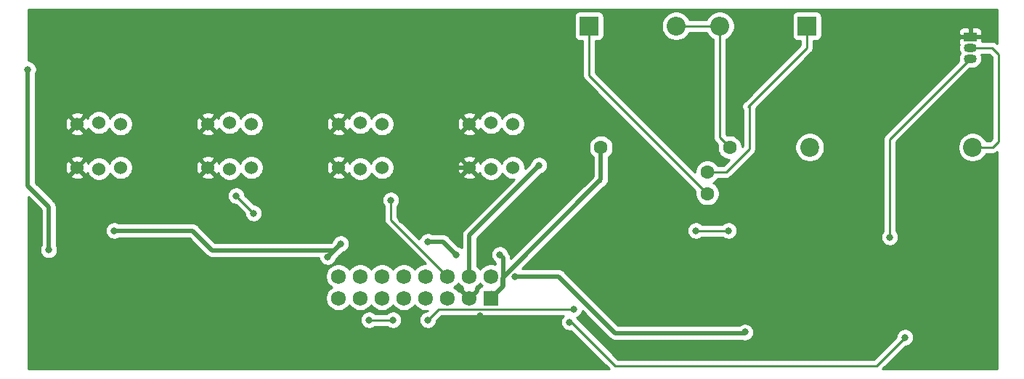
<source format=gbr>
G04 #@! TF.GenerationSoftware,KiCad,Pcbnew,(5.1.6-0-10_14)*
G04 #@! TF.CreationDate,2020-06-30T11:40:46-07:00*
G04 #@! TF.ProjectId,Pufferfish-Interface-1,50756666-6572-4666-9973-682d496e7465,v0.1*
G04 #@! TF.SameCoordinates,Original*
G04 #@! TF.FileFunction,Copper,L1,Top*
G04 #@! TF.FilePolarity,Positive*
%FSLAX46Y46*%
G04 Gerber Fmt 4.6, Leading zero omitted, Abs format (unit mm)*
G04 Created by KiCad (PCBNEW (5.1.6-0-10_14)) date 2020-06-30 11:40:46*
%MOMM*%
%LPD*%
G01*
G04 APERTURE LIST*
G04 #@! TA.AperFunction,ComponentPad*
%ADD10C,1.725000*%
G04 #@! TD*
G04 #@! TA.AperFunction,ComponentPad*
%ADD11R,1.725000X1.725000*%
G04 #@! TD*
G04 #@! TA.AperFunction,ComponentPad*
%ADD12C,1.524000*%
G04 #@! TD*
G04 #@! TA.AperFunction,ComponentPad*
%ADD13C,2.200000*%
G04 #@! TD*
G04 #@! TA.AperFunction,ComponentPad*
%ADD14C,1.600000*%
G04 #@! TD*
G04 #@! TA.AperFunction,ComponentPad*
%ADD15O,2.200000X2.200000*%
G04 #@! TD*
G04 #@! TA.AperFunction,ComponentPad*
%ADD16R,2.200000X2.200000*%
G04 #@! TD*
G04 #@! TA.AperFunction,ComponentPad*
%ADD17R,1.500000X1.050000*%
G04 #@! TD*
G04 #@! TA.AperFunction,ComponentPad*
%ADD18O,1.500000X1.050000*%
G04 #@! TD*
G04 #@! TA.AperFunction,ViaPad*
%ADD19C,0.800000*%
G04 #@! TD*
G04 #@! TA.AperFunction,Conductor*
%ADD20C,0.508000*%
G04 #@! TD*
G04 #@! TA.AperFunction,Conductor*
%ADD21C,0.250000*%
G04 #@! TD*
G04 #@! TA.AperFunction,Conductor*
%ADD22C,0.254000*%
G04 #@! TD*
G04 APERTURE END LIST*
D10*
X54610000Y-46990000D03*
X54610000Y-49530000D03*
X57150000Y-46990000D03*
X57150000Y-49530000D03*
X59690000Y-46990000D03*
X59690000Y-49530000D03*
X62230000Y-46990000D03*
X62230000Y-49530000D03*
X64770000Y-46990000D03*
X64770000Y-49530000D03*
X67310000Y-46990000D03*
X67310000Y-49530000D03*
X69850000Y-46990000D03*
X69850000Y-49530000D03*
X72390000Y-46990000D03*
D11*
X72390000Y-49530000D03*
D12*
X74930000Y-34290000D03*
X72390000Y-34450000D03*
X69850000Y-34290000D03*
X74930000Y-29210000D03*
X72390000Y-29050000D03*
X69850000Y-29210000D03*
X29210000Y-34290000D03*
X26670000Y-34450000D03*
X24130000Y-34290000D03*
X29210000Y-29210000D03*
X26670000Y-29050000D03*
X24130000Y-29210000D03*
X44450000Y-34290000D03*
X41910000Y-34450000D03*
X39370000Y-34290000D03*
X44450000Y-29210000D03*
X41910000Y-29050000D03*
X39370000Y-29210000D03*
X59690000Y-34290000D03*
X57150000Y-34450000D03*
X54610000Y-34290000D03*
X59690000Y-29210000D03*
X57150000Y-29050000D03*
X54610000Y-29210000D03*
D13*
X128551601Y-31921601D03*
X109551601Y-31921601D03*
D14*
X97610000Y-37321601D03*
X97610000Y-34821601D03*
X85210000Y-31921601D03*
X100210000Y-31921601D03*
D15*
X93980000Y-17780000D03*
D16*
X83820000Y-17780000D03*
D15*
X99060000Y-17780000D03*
D16*
X109220000Y-17780000D03*
D17*
X128270000Y-19050000D03*
D18*
X128270000Y-21590000D03*
X128270000Y-20320000D03*
D19*
X69342000Y-17526000D03*
X69596000Y-21082000D03*
X61976000Y-40386000D03*
X94488000Y-47452501D03*
X102108000Y-50546000D03*
X19668153Y-41037847D03*
X19050000Y-43434000D03*
X71120000Y-51562000D03*
X71628000Y-56134000D03*
X85090000Y-50038000D03*
X53340000Y-44704000D03*
X54864000Y-43180000D03*
X65024000Y-42926000D03*
X28448000Y-41656000D03*
X73406000Y-44450000D03*
X68326000Y-44450000D03*
X18392700Y-22860000D03*
X20828000Y-43905000D03*
X77978000Y-34036000D03*
X120650000Y-54102000D03*
X81534000Y-52324000D03*
X96266000Y-41656000D03*
X100076000Y-41656000D03*
X118872000Y-42418000D03*
X58166000Y-52070000D03*
X60960000Y-52070000D03*
X65024000Y-52070000D03*
X82042000Y-50800000D03*
X60706000Y-38100000D03*
X42672000Y-37592000D03*
X44704000Y-39624000D03*
X75184000Y-46990000D03*
X102001653Y-53487653D03*
D20*
X69596000Y-17780000D02*
X69342000Y-17526000D01*
X69596000Y-21082000D02*
X69596000Y-21082000D01*
X69596000Y-21082000D02*
X69596000Y-17780000D01*
X68072000Y-34290000D02*
X61976000Y-40386000D01*
X69850000Y-34290000D02*
X68072000Y-34290000D01*
X19668153Y-42815847D02*
X19050000Y-43434000D01*
X19668153Y-41037847D02*
X19668153Y-42815847D01*
X71120000Y-51562000D02*
X71628000Y-52070000D01*
X71628000Y-52070000D02*
X71628000Y-56134000D01*
X85852000Y-46990000D02*
X92456000Y-46990000D01*
X85090000Y-47752000D02*
X85852000Y-46990000D01*
X85090000Y-50038000D02*
X85090000Y-47752000D01*
X92456000Y-46990000D02*
X94488000Y-49022000D01*
X94488000Y-47452501D02*
X94488000Y-49022000D01*
X94488000Y-49022000D02*
X94488000Y-49784000D01*
X95250000Y-50546000D02*
X102108000Y-50546000D01*
X94488000Y-49784000D02*
X95250000Y-50546000D01*
D21*
X72390000Y-48747502D02*
X72390000Y-49530000D01*
D20*
X28448000Y-41656000D02*
X37592000Y-41656000D01*
X37592000Y-41656000D02*
X39878000Y-43942000D01*
X54102000Y-43942000D02*
X54864000Y-43180000D01*
X39878000Y-43942000D02*
X54102000Y-43942000D01*
X53340000Y-44704000D02*
X54102000Y-43942000D01*
X73805999Y-48114001D02*
X72390000Y-49530000D01*
X73805999Y-44849999D02*
X73805999Y-48114001D01*
X73406000Y-44450000D02*
X73805999Y-44849999D01*
X73706501Y-48213499D02*
X73706501Y-47183499D01*
X73706501Y-47183499D02*
X85210000Y-35680000D01*
X72390000Y-49530000D02*
X73706501Y-48213499D01*
D21*
X85210000Y-35680000D02*
X85210000Y-35927502D01*
D20*
X85210000Y-31921601D02*
X85210000Y-35680000D01*
X66802000Y-42926000D02*
X68326000Y-44450000D01*
X65024000Y-42926000D02*
X66802000Y-42926000D01*
X18392700Y-22860000D02*
X18392700Y-36426700D01*
X20828000Y-38862000D02*
X20828000Y-43905000D01*
X18392700Y-36426700D02*
X20828000Y-38862000D01*
X69850000Y-46990000D02*
X69850000Y-42164000D01*
X69850000Y-42164000D02*
X77978000Y-34036000D01*
D21*
X120650000Y-54102000D02*
X117348000Y-57404000D01*
X117348000Y-57404000D02*
X86868000Y-57404000D01*
X81788000Y-52324000D02*
X81534000Y-52324000D01*
X86868000Y-57404000D02*
X81788000Y-52324000D01*
X96266000Y-41656000D02*
X100076000Y-41656000D01*
X118872000Y-30988000D02*
X118872000Y-42418000D01*
X128270000Y-21590000D02*
X118872000Y-30988000D01*
X58166000Y-52070000D02*
X60960000Y-52070000D01*
X128270000Y-20320000D02*
X130810000Y-20320000D01*
X130810000Y-20320000D02*
X131572000Y-21082000D01*
X131572000Y-21082000D02*
X131572000Y-31242000D01*
X130892399Y-31921601D02*
X128551601Y-31921601D01*
X131572000Y-31242000D02*
X130892399Y-31921601D01*
X65024000Y-52070000D02*
X66040000Y-51054000D01*
X66294000Y-50800000D02*
X82042000Y-50800000D01*
X66040000Y-51054000D02*
X66294000Y-50800000D01*
X93980000Y-17780000D02*
X99060000Y-17780000D01*
X99060000Y-30771601D02*
X100210000Y-31921601D01*
X99060000Y-17780000D02*
X99060000Y-30771601D01*
X109220000Y-17780000D02*
X109220000Y-20320000D01*
X109220000Y-20320000D02*
X102489000Y-27051000D01*
X102489000Y-27051000D02*
X102489000Y-32131000D01*
X102489000Y-27051000D02*
X102362000Y-27178000D01*
X102489000Y-32131000D02*
X99822000Y-34798000D01*
X97633601Y-34798000D02*
X97610000Y-34821601D01*
X99822000Y-34798000D02*
X97633601Y-34798000D01*
X83820000Y-23531601D02*
X97610000Y-37321601D01*
X83820000Y-17780000D02*
X83820000Y-23531601D01*
X60706000Y-40386000D02*
X67310000Y-46990000D01*
X60706000Y-38100000D02*
X60706000Y-40386000D01*
X42672000Y-37592000D02*
X44704000Y-39624000D01*
D20*
X75184000Y-46990000D02*
X80264000Y-46990000D01*
X80264000Y-46990000D02*
X86868000Y-53594000D01*
D21*
X101895306Y-53594000D02*
X102001653Y-53487653D01*
D20*
X86868000Y-53594000D02*
X101895306Y-53594000D01*
D22*
G36*
X131432301Y-19867500D02*
G01*
X131373803Y-19809002D01*
X131350001Y-19779999D01*
X131234276Y-19685026D01*
X131102247Y-19614454D01*
X130958986Y-19570997D01*
X130847333Y-19560000D01*
X130847322Y-19560000D01*
X130810000Y-19556324D01*
X130772678Y-19560000D01*
X129657879Y-19560000D01*
X129655000Y-19335750D01*
X129496250Y-19177000D01*
X128723109Y-19177000D01*
X128722400Y-19176785D01*
X128551979Y-19160000D01*
X127988021Y-19160000D01*
X127817600Y-19176785D01*
X127816891Y-19177000D01*
X127043750Y-19177000D01*
X126885000Y-19335750D01*
X126881928Y-19575000D01*
X126894188Y-19699482D01*
X126930498Y-19819180D01*
X126965093Y-19883902D01*
X126901785Y-20092600D01*
X126879388Y-20320000D01*
X126901785Y-20547400D01*
X126968115Y-20766060D01*
X127069105Y-20955000D01*
X126968115Y-21143940D01*
X126901785Y-21362600D01*
X126879388Y-21590000D01*
X126901785Y-21817400D01*
X126917149Y-21868049D01*
X118361003Y-30424196D01*
X118331999Y-30447999D01*
X118295070Y-30492998D01*
X118237026Y-30563724D01*
X118175836Y-30678201D01*
X118166454Y-30695754D01*
X118122997Y-30839015D01*
X118112000Y-30950668D01*
X118112000Y-30950678D01*
X118108324Y-30988000D01*
X118112000Y-31025322D01*
X118112001Y-41714288D01*
X118068063Y-41758226D01*
X117954795Y-41927744D01*
X117876774Y-42116102D01*
X117837000Y-42316061D01*
X117837000Y-42519939D01*
X117876774Y-42719898D01*
X117954795Y-42908256D01*
X118068063Y-43077774D01*
X118212226Y-43221937D01*
X118381744Y-43335205D01*
X118570102Y-43413226D01*
X118770061Y-43453000D01*
X118973939Y-43453000D01*
X119173898Y-43413226D01*
X119362256Y-43335205D01*
X119531774Y-43221937D01*
X119675937Y-43077774D01*
X119789205Y-42908256D01*
X119867226Y-42719898D01*
X119907000Y-42519939D01*
X119907000Y-42316061D01*
X119867226Y-42116102D01*
X119789205Y-41927744D01*
X119675937Y-41758226D01*
X119632000Y-41714289D01*
X119632000Y-31302801D01*
X128184802Y-22750000D01*
X128551979Y-22750000D01*
X128722400Y-22733215D01*
X128941060Y-22666885D01*
X129142579Y-22559171D01*
X129319212Y-22414212D01*
X129464171Y-22237579D01*
X129571885Y-22036060D01*
X129638215Y-21817400D01*
X129660612Y-21590000D01*
X129638215Y-21362600D01*
X129571885Y-21143940D01*
X129537708Y-21080000D01*
X130495199Y-21080000D01*
X130812000Y-21396802D01*
X130812001Y-30927197D01*
X130577598Y-31161601D01*
X130114749Y-31161601D01*
X130089138Y-31099770D01*
X129899264Y-30815603D01*
X129657599Y-30573938D01*
X129373432Y-30384064D01*
X129057682Y-30253276D01*
X128722484Y-30186601D01*
X128380718Y-30186601D01*
X128045520Y-30253276D01*
X127729770Y-30384064D01*
X127445603Y-30573938D01*
X127203938Y-30815603D01*
X127014064Y-31099770D01*
X126883276Y-31415520D01*
X126816601Y-31750718D01*
X126816601Y-32092484D01*
X126883276Y-32427682D01*
X127014064Y-32743432D01*
X127203938Y-33027599D01*
X127445603Y-33269264D01*
X127729770Y-33459138D01*
X128045520Y-33589926D01*
X128380718Y-33656601D01*
X128722484Y-33656601D01*
X129057682Y-33589926D01*
X129373432Y-33459138D01*
X129657599Y-33269264D01*
X129899264Y-33027599D01*
X130089138Y-32743432D01*
X130114749Y-32681601D01*
X130855077Y-32681601D01*
X130892399Y-32685277D01*
X130929721Y-32681601D01*
X130929732Y-32681601D01*
X131041385Y-32670604D01*
X131184646Y-32627147D01*
X131316675Y-32556575D01*
X131432301Y-32461684D01*
X131432300Y-57772300D01*
X118054501Y-57772300D01*
X120689802Y-55137000D01*
X120751939Y-55137000D01*
X120951898Y-55097226D01*
X121140256Y-55019205D01*
X121309774Y-54905937D01*
X121453937Y-54761774D01*
X121567205Y-54592256D01*
X121645226Y-54403898D01*
X121685000Y-54203939D01*
X121685000Y-54000061D01*
X121645226Y-53800102D01*
X121567205Y-53611744D01*
X121453937Y-53442226D01*
X121309774Y-53298063D01*
X121140256Y-53184795D01*
X120951898Y-53106774D01*
X120751939Y-53067000D01*
X120548061Y-53067000D01*
X120348102Y-53106774D01*
X120159744Y-53184795D01*
X119990226Y-53298063D01*
X119846063Y-53442226D01*
X119732795Y-53611744D01*
X119654774Y-53800102D01*
X119615000Y-54000061D01*
X119615000Y-54062198D01*
X117033199Y-56644000D01*
X87182802Y-56644000D01*
X82506827Y-51968026D01*
X82451205Y-51833744D01*
X82407786Y-51768763D01*
X82532256Y-51717205D01*
X82701774Y-51603937D01*
X82845937Y-51459774D01*
X82959205Y-51290256D01*
X83037226Y-51101898D01*
X83050737Y-51033972D01*
X86208501Y-54191736D01*
X86236341Y-54225659D01*
X86371709Y-54336753D01*
X86526149Y-54419303D01*
X86592058Y-54439296D01*
X86693724Y-54470136D01*
X86726924Y-54473406D01*
X86824333Y-54483000D01*
X86824339Y-54483000D01*
X86867999Y-54487300D01*
X86911659Y-54483000D01*
X101700363Y-54483000D01*
X101899714Y-54522653D01*
X102103592Y-54522653D01*
X102303551Y-54482879D01*
X102491909Y-54404858D01*
X102661427Y-54291590D01*
X102805590Y-54147427D01*
X102918858Y-53977909D01*
X102996879Y-53789551D01*
X103036653Y-53589592D01*
X103036653Y-53385714D01*
X102996879Y-53185755D01*
X102918858Y-52997397D01*
X102805590Y-52827879D01*
X102661427Y-52683716D01*
X102491909Y-52570448D01*
X102303551Y-52492427D01*
X102103592Y-52452653D01*
X101899714Y-52452653D01*
X101699755Y-52492427D01*
X101511397Y-52570448D01*
X101341879Y-52683716D01*
X101320595Y-52705000D01*
X87236235Y-52705000D01*
X80923499Y-46392264D01*
X80895659Y-46358341D01*
X80760291Y-46247247D01*
X80605851Y-46164697D01*
X80438274Y-46113864D01*
X80307667Y-46101000D01*
X80307660Y-46101000D01*
X80264000Y-46096700D01*
X80220340Y-46101000D01*
X76046235Y-46101000D01*
X80593174Y-41554061D01*
X95231000Y-41554061D01*
X95231000Y-41757939D01*
X95270774Y-41957898D01*
X95348795Y-42146256D01*
X95462063Y-42315774D01*
X95606226Y-42459937D01*
X95775744Y-42573205D01*
X95964102Y-42651226D01*
X96164061Y-42691000D01*
X96367939Y-42691000D01*
X96567898Y-42651226D01*
X96756256Y-42573205D01*
X96925774Y-42459937D01*
X96969711Y-42416000D01*
X99372289Y-42416000D01*
X99416226Y-42459937D01*
X99585744Y-42573205D01*
X99774102Y-42651226D01*
X99974061Y-42691000D01*
X100177939Y-42691000D01*
X100377898Y-42651226D01*
X100566256Y-42573205D01*
X100735774Y-42459937D01*
X100879937Y-42315774D01*
X100993205Y-42146256D01*
X101071226Y-41957898D01*
X101111000Y-41757939D01*
X101111000Y-41554061D01*
X101071226Y-41354102D01*
X100993205Y-41165744D01*
X100879937Y-40996226D01*
X100735774Y-40852063D01*
X100566256Y-40738795D01*
X100377898Y-40660774D01*
X100177939Y-40621000D01*
X99974061Y-40621000D01*
X99774102Y-40660774D01*
X99585744Y-40738795D01*
X99416226Y-40852063D01*
X99372289Y-40896000D01*
X96969711Y-40896000D01*
X96925774Y-40852063D01*
X96756256Y-40738795D01*
X96567898Y-40660774D01*
X96367939Y-40621000D01*
X96164061Y-40621000D01*
X95964102Y-40660774D01*
X95775744Y-40738795D01*
X95606226Y-40852063D01*
X95462063Y-40996226D01*
X95348795Y-41165744D01*
X95270774Y-41354102D01*
X95231000Y-41554061D01*
X80593174Y-41554061D01*
X85527898Y-36619337D01*
X85634276Y-36562476D01*
X85750001Y-36467503D01*
X85844974Y-36351778D01*
X85912666Y-36225137D01*
X85952753Y-36176291D01*
X86035303Y-36021851D01*
X86076330Y-35886601D01*
X86086136Y-35854276D01*
X86092140Y-35793314D01*
X86099000Y-35723667D01*
X86099000Y-35723661D01*
X86103300Y-35680001D01*
X86099000Y-35636341D01*
X86099000Y-33053450D01*
X86124759Y-33036238D01*
X86324637Y-32836360D01*
X86481680Y-32601328D01*
X86589853Y-32340175D01*
X86645000Y-32062936D01*
X86645000Y-31780266D01*
X86589853Y-31503027D01*
X86481680Y-31241874D01*
X86324637Y-31006842D01*
X86124759Y-30806964D01*
X85889727Y-30649921D01*
X85628574Y-30541748D01*
X85351335Y-30486601D01*
X85068665Y-30486601D01*
X84791426Y-30541748D01*
X84530273Y-30649921D01*
X84295241Y-30806964D01*
X84095363Y-31006842D01*
X83938320Y-31241874D01*
X83830147Y-31503027D01*
X83775000Y-31780266D01*
X83775000Y-32062936D01*
X83830147Y-32340175D01*
X83938320Y-32601328D01*
X84095363Y-32836360D01*
X84295241Y-33036238D01*
X84321000Y-33053450D01*
X84321001Y-35311764D01*
X74694999Y-44937766D01*
X74694999Y-44893658D01*
X74699299Y-44849998D01*
X74694999Y-44806338D01*
X74694999Y-44806332D01*
X74682135Y-44675725D01*
X74631302Y-44508148D01*
X74548752Y-44353708D01*
X74437658Y-44218340D01*
X74410815Y-44196311D01*
X74401226Y-44148102D01*
X74323205Y-43959744D01*
X74209937Y-43790226D01*
X74065774Y-43646063D01*
X73896256Y-43532795D01*
X73707898Y-43454774D01*
X73507939Y-43415000D01*
X73304061Y-43415000D01*
X73104102Y-43454774D01*
X72915744Y-43532795D01*
X72746226Y-43646063D01*
X72602063Y-43790226D01*
X72488795Y-43959744D01*
X72410774Y-44148102D01*
X72371000Y-44348061D01*
X72371000Y-44551939D01*
X72410774Y-44751898D01*
X72488795Y-44940256D01*
X72602063Y-45109774D01*
X72746226Y-45253937D01*
X72915744Y-45367205D01*
X72916999Y-45367725D01*
X72916999Y-45587408D01*
X72826805Y-45550048D01*
X72537491Y-45492500D01*
X72242509Y-45492500D01*
X71953195Y-45550048D01*
X71680668Y-45662933D01*
X71435399Y-45826816D01*
X71226816Y-46035399D01*
X71120000Y-46195261D01*
X71013184Y-46035399D01*
X70804601Y-45826816D01*
X70739000Y-45782983D01*
X70739000Y-42532235D01*
X78230106Y-35041130D01*
X78279898Y-35031226D01*
X78468256Y-34953205D01*
X78637774Y-34839937D01*
X78781937Y-34695774D01*
X78895205Y-34526256D01*
X78973226Y-34337898D01*
X79013000Y-34137939D01*
X79013000Y-33934061D01*
X78973226Y-33734102D01*
X78895205Y-33545744D01*
X78781937Y-33376226D01*
X78637774Y-33232063D01*
X78468256Y-33118795D01*
X78279898Y-33040774D01*
X78079939Y-33001000D01*
X77876061Y-33001000D01*
X77676102Y-33040774D01*
X77487744Y-33118795D01*
X77318226Y-33232063D01*
X77174063Y-33376226D01*
X77060795Y-33545744D01*
X76982774Y-33734102D01*
X76972870Y-33783894D01*
X76326461Y-34430303D01*
X76327000Y-34427592D01*
X76327000Y-34152408D01*
X76273314Y-33882510D01*
X76168005Y-33628273D01*
X76015120Y-33399465D01*
X75820535Y-33204880D01*
X75591727Y-33051995D01*
X75337490Y-32946686D01*
X75067592Y-32893000D01*
X74792408Y-32893000D01*
X74522510Y-32946686D01*
X74268273Y-33051995D01*
X74039465Y-33204880D01*
X73844880Y-33399465D01*
X73691995Y-33628273D01*
X73626595Y-33786162D01*
X73475120Y-33559465D01*
X73280535Y-33364880D01*
X73051727Y-33211995D01*
X72797490Y-33106686D01*
X72527592Y-33053000D01*
X72252408Y-33053000D01*
X71982510Y-33106686D01*
X71728273Y-33211995D01*
X71499465Y-33364880D01*
X71304880Y-33559465D01*
X71153386Y-33786191D01*
X71117636Y-33686977D01*
X71055656Y-33571020D01*
X70815565Y-33504040D01*
X70029605Y-34290000D01*
X70815565Y-35075960D01*
X71055656Y-35008980D01*
X71084249Y-34948174D01*
X71151995Y-35111727D01*
X71304880Y-35340535D01*
X71499465Y-35535120D01*
X71728273Y-35688005D01*
X71982510Y-35793314D01*
X72252408Y-35847000D01*
X72527592Y-35847000D01*
X72797490Y-35793314D01*
X73051727Y-35688005D01*
X73280535Y-35535120D01*
X73475120Y-35340535D01*
X73628005Y-35111727D01*
X73693405Y-34953838D01*
X73844880Y-35180535D01*
X74039465Y-35375120D01*
X74268273Y-35528005D01*
X74522510Y-35633314D01*
X74792408Y-35687000D01*
X75067592Y-35687000D01*
X75070304Y-35686461D01*
X69252259Y-41504506D01*
X69218342Y-41532341D01*
X69190507Y-41566258D01*
X69190505Y-41566260D01*
X69107248Y-41667709D01*
X69024698Y-41822148D01*
X68973864Y-41989726D01*
X68956700Y-42164000D01*
X68961001Y-42207670D01*
X68961001Y-43629510D01*
X68816256Y-43532795D01*
X68627898Y-43454774D01*
X68578105Y-43444870D01*
X67461499Y-42328264D01*
X67433659Y-42294341D01*
X67298291Y-42183247D01*
X67143851Y-42100697D01*
X66976274Y-42049864D01*
X66845667Y-42037000D01*
X66845660Y-42037000D01*
X66802000Y-42032700D01*
X66758340Y-42037000D01*
X65556468Y-42037000D01*
X65514256Y-42008795D01*
X65325898Y-41930774D01*
X65125939Y-41891000D01*
X64922061Y-41891000D01*
X64722102Y-41930774D01*
X64533744Y-42008795D01*
X64364226Y-42122063D01*
X64220063Y-42266226D01*
X64106795Y-42435744D01*
X64028774Y-42624102D01*
X64027136Y-42632335D01*
X61466000Y-40071199D01*
X61466000Y-38803711D01*
X61509937Y-38759774D01*
X61623205Y-38590256D01*
X61701226Y-38401898D01*
X61741000Y-38201939D01*
X61741000Y-37998061D01*
X61701226Y-37798102D01*
X61623205Y-37609744D01*
X61509937Y-37440226D01*
X61365774Y-37296063D01*
X61196256Y-37182795D01*
X61007898Y-37104774D01*
X60807939Y-37065000D01*
X60604061Y-37065000D01*
X60404102Y-37104774D01*
X60215744Y-37182795D01*
X60046226Y-37296063D01*
X59902063Y-37440226D01*
X59788795Y-37609744D01*
X59710774Y-37798102D01*
X59671000Y-37998061D01*
X59671000Y-38201939D01*
X59710774Y-38401898D01*
X59788795Y-38590256D01*
X59902063Y-38759774D01*
X59946000Y-38803711D01*
X59946001Y-40348668D01*
X59942324Y-40386000D01*
X59946001Y-40423333D01*
X59956998Y-40534986D01*
X59970180Y-40578442D01*
X60000454Y-40678246D01*
X60071026Y-40810276D01*
X60141379Y-40896000D01*
X60166000Y-40926001D01*
X60194998Y-40949799D01*
X64737698Y-45492500D01*
X64622509Y-45492500D01*
X64333195Y-45550048D01*
X64060668Y-45662933D01*
X63815399Y-45826816D01*
X63606816Y-46035399D01*
X63500000Y-46195261D01*
X63393184Y-46035399D01*
X63184601Y-45826816D01*
X62939332Y-45662933D01*
X62666805Y-45550048D01*
X62377491Y-45492500D01*
X62082509Y-45492500D01*
X61793195Y-45550048D01*
X61520668Y-45662933D01*
X61275399Y-45826816D01*
X61066816Y-46035399D01*
X60960000Y-46195261D01*
X60853184Y-46035399D01*
X60644601Y-45826816D01*
X60399332Y-45662933D01*
X60126805Y-45550048D01*
X59837491Y-45492500D01*
X59542509Y-45492500D01*
X59253195Y-45550048D01*
X58980668Y-45662933D01*
X58735399Y-45826816D01*
X58526816Y-46035399D01*
X58420000Y-46195261D01*
X58313184Y-46035399D01*
X58104601Y-45826816D01*
X57859332Y-45662933D01*
X57586805Y-45550048D01*
X57297491Y-45492500D01*
X57002509Y-45492500D01*
X56713195Y-45550048D01*
X56440668Y-45662933D01*
X56195399Y-45826816D01*
X55986816Y-46035399D01*
X55880000Y-46195261D01*
X55773184Y-46035399D01*
X55564601Y-45826816D01*
X55319332Y-45662933D01*
X55046805Y-45550048D01*
X54757491Y-45492500D01*
X54462509Y-45492500D01*
X54173195Y-45550048D01*
X53900668Y-45662933D01*
X53655399Y-45826816D01*
X53446816Y-46035399D01*
X53282933Y-46280668D01*
X53170048Y-46553195D01*
X53112500Y-46842509D01*
X53112500Y-47137491D01*
X53170048Y-47426805D01*
X53282933Y-47699332D01*
X53446816Y-47944601D01*
X53655399Y-48153184D01*
X53815261Y-48260000D01*
X53655399Y-48366816D01*
X53446816Y-48575399D01*
X53282933Y-48820668D01*
X53170048Y-49093195D01*
X53112500Y-49382509D01*
X53112500Y-49677491D01*
X53170048Y-49966805D01*
X53282933Y-50239332D01*
X53446816Y-50484601D01*
X53655399Y-50693184D01*
X53900668Y-50857067D01*
X54173195Y-50969952D01*
X54462509Y-51027500D01*
X54757491Y-51027500D01*
X55046805Y-50969952D01*
X55319332Y-50857067D01*
X55564601Y-50693184D01*
X55773184Y-50484601D01*
X55880000Y-50324739D01*
X55986816Y-50484601D01*
X56195399Y-50693184D01*
X56440668Y-50857067D01*
X56713195Y-50969952D01*
X57002509Y-51027500D01*
X57297491Y-51027500D01*
X57586805Y-50969952D01*
X57859332Y-50857067D01*
X58104601Y-50693184D01*
X58313184Y-50484601D01*
X58420000Y-50324739D01*
X58526816Y-50484601D01*
X58735399Y-50693184D01*
X58980668Y-50857067D01*
X59253195Y-50969952D01*
X59542509Y-51027500D01*
X59837491Y-51027500D01*
X60126805Y-50969952D01*
X60399332Y-50857067D01*
X60644601Y-50693184D01*
X60853184Y-50484601D01*
X60960000Y-50324739D01*
X61066816Y-50484601D01*
X61275399Y-50693184D01*
X61520668Y-50857067D01*
X61793195Y-50969952D01*
X62082509Y-51027500D01*
X62377491Y-51027500D01*
X62666805Y-50969952D01*
X62939332Y-50857067D01*
X63184601Y-50693184D01*
X63393184Y-50484601D01*
X63500000Y-50324739D01*
X63606816Y-50484601D01*
X63815399Y-50693184D01*
X64060668Y-50857067D01*
X64333195Y-50969952D01*
X64622509Y-51027500D01*
X64917491Y-51027500D01*
X65010124Y-51009074D01*
X64984199Y-51035000D01*
X64922061Y-51035000D01*
X64722102Y-51074774D01*
X64533744Y-51152795D01*
X64364226Y-51266063D01*
X64220063Y-51410226D01*
X64106795Y-51579744D01*
X64028774Y-51768102D01*
X63989000Y-51968061D01*
X63989000Y-52171939D01*
X64028774Y-52371898D01*
X64106795Y-52560256D01*
X64220063Y-52729774D01*
X64364226Y-52873937D01*
X64533744Y-52987205D01*
X64722102Y-53065226D01*
X64922061Y-53105000D01*
X65125939Y-53105000D01*
X65325898Y-53065226D01*
X65514256Y-52987205D01*
X65683774Y-52873937D01*
X65827937Y-52729774D01*
X65941205Y-52560256D01*
X66019226Y-52371898D01*
X66059000Y-52171939D01*
X66059000Y-52109801D01*
X66603799Y-51565003D01*
X66603804Y-51564997D01*
X66608801Y-51560000D01*
X80834289Y-51560000D01*
X80730063Y-51664226D01*
X80616795Y-51833744D01*
X80538774Y-52022102D01*
X80499000Y-52222061D01*
X80499000Y-52425939D01*
X80538774Y-52625898D01*
X80616795Y-52814256D01*
X80730063Y-52983774D01*
X80874226Y-53127937D01*
X81043744Y-53241205D01*
X81232102Y-53319226D01*
X81432061Y-53359000D01*
X81635939Y-53359000D01*
X81729574Y-53340375D01*
X86161498Y-57772300D01*
X18427700Y-57772300D01*
X18427700Y-51968061D01*
X57131000Y-51968061D01*
X57131000Y-52171939D01*
X57170774Y-52371898D01*
X57248795Y-52560256D01*
X57362063Y-52729774D01*
X57506226Y-52873937D01*
X57675744Y-52987205D01*
X57864102Y-53065226D01*
X58064061Y-53105000D01*
X58267939Y-53105000D01*
X58467898Y-53065226D01*
X58656256Y-52987205D01*
X58825774Y-52873937D01*
X58869711Y-52830000D01*
X60256289Y-52830000D01*
X60300226Y-52873937D01*
X60469744Y-52987205D01*
X60658102Y-53065226D01*
X60858061Y-53105000D01*
X61061939Y-53105000D01*
X61261898Y-53065226D01*
X61450256Y-52987205D01*
X61619774Y-52873937D01*
X61763937Y-52729774D01*
X61877205Y-52560256D01*
X61955226Y-52371898D01*
X61995000Y-52171939D01*
X61995000Y-51968061D01*
X61955226Y-51768102D01*
X61877205Y-51579744D01*
X61763937Y-51410226D01*
X61619774Y-51266063D01*
X61450256Y-51152795D01*
X61261898Y-51074774D01*
X61061939Y-51035000D01*
X60858061Y-51035000D01*
X60658102Y-51074774D01*
X60469744Y-51152795D01*
X60300226Y-51266063D01*
X60256289Y-51310000D01*
X58869711Y-51310000D01*
X58825774Y-51266063D01*
X58656256Y-51152795D01*
X58467898Y-51074774D01*
X58267939Y-51035000D01*
X58064061Y-51035000D01*
X57864102Y-51074774D01*
X57675744Y-51152795D01*
X57506226Y-51266063D01*
X57362063Y-51410226D01*
X57248795Y-51579744D01*
X57170774Y-51768102D01*
X57131000Y-51968061D01*
X18427700Y-51968061D01*
X18427700Y-37718935D01*
X19939000Y-39230235D01*
X19939001Y-43372531D01*
X19910795Y-43414744D01*
X19832774Y-43603102D01*
X19793000Y-43803061D01*
X19793000Y-44006939D01*
X19832774Y-44206898D01*
X19910795Y-44395256D01*
X20024063Y-44564774D01*
X20168226Y-44708937D01*
X20337744Y-44822205D01*
X20526102Y-44900226D01*
X20726061Y-44940000D01*
X20929939Y-44940000D01*
X21129898Y-44900226D01*
X21318256Y-44822205D01*
X21487774Y-44708937D01*
X21631937Y-44564774D01*
X21745205Y-44395256D01*
X21823226Y-44206898D01*
X21863000Y-44006939D01*
X21863000Y-43803061D01*
X21823226Y-43603102D01*
X21745205Y-43414744D01*
X21717000Y-43372532D01*
X21717000Y-41554061D01*
X27413000Y-41554061D01*
X27413000Y-41757939D01*
X27452774Y-41957898D01*
X27530795Y-42146256D01*
X27644063Y-42315774D01*
X27788226Y-42459937D01*
X27957744Y-42573205D01*
X28146102Y-42651226D01*
X28346061Y-42691000D01*
X28549939Y-42691000D01*
X28749898Y-42651226D01*
X28938256Y-42573205D01*
X28980468Y-42545000D01*
X37223765Y-42545000D01*
X39218505Y-44539741D01*
X39246341Y-44573659D01*
X39381709Y-44684753D01*
X39536149Y-44767303D01*
X39602058Y-44787296D01*
X39703724Y-44818136D01*
X39736924Y-44821406D01*
X39834333Y-44831000D01*
X39834339Y-44831000D01*
X39877999Y-44835300D01*
X39921659Y-44831000D01*
X52309985Y-44831000D01*
X52344774Y-45005898D01*
X52422795Y-45194256D01*
X52536063Y-45363774D01*
X52680226Y-45507937D01*
X52849744Y-45621205D01*
X53038102Y-45699226D01*
X53238061Y-45739000D01*
X53441939Y-45739000D01*
X53641898Y-45699226D01*
X53830256Y-45621205D01*
X53999774Y-45507937D01*
X54143937Y-45363774D01*
X54257205Y-45194256D01*
X54335226Y-45005898D01*
X54345130Y-44956105D01*
X54699741Y-44601495D01*
X54733659Y-44573659D01*
X54761499Y-44539737D01*
X55116105Y-44185130D01*
X55165898Y-44175226D01*
X55354256Y-44097205D01*
X55523774Y-43983937D01*
X55667937Y-43839774D01*
X55781205Y-43670256D01*
X55859226Y-43481898D01*
X55899000Y-43281939D01*
X55899000Y-43078061D01*
X55859226Y-42878102D01*
X55781205Y-42689744D01*
X55667937Y-42520226D01*
X55523774Y-42376063D01*
X55354256Y-42262795D01*
X55165898Y-42184774D01*
X54965939Y-42145000D01*
X54762061Y-42145000D01*
X54562102Y-42184774D01*
X54373744Y-42262795D01*
X54204226Y-42376063D01*
X54060063Y-42520226D01*
X53946795Y-42689744D01*
X53868774Y-42878102D01*
X53858870Y-42927895D01*
X53733765Y-43053000D01*
X40246236Y-43053000D01*
X38251499Y-41058264D01*
X38223659Y-41024341D01*
X38088291Y-40913247D01*
X37933851Y-40830697D01*
X37766274Y-40779864D01*
X37635667Y-40767000D01*
X37635660Y-40767000D01*
X37592000Y-40762700D01*
X37548340Y-40767000D01*
X28980468Y-40767000D01*
X28938256Y-40738795D01*
X28749898Y-40660774D01*
X28549939Y-40621000D01*
X28346061Y-40621000D01*
X28146102Y-40660774D01*
X27957744Y-40738795D01*
X27788226Y-40852063D01*
X27644063Y-40996226D01*
X27530795Y-41165744D01*
X27452774Y-41354102D01*
X27413000Y-41554061D01*
X21717000Y-41554061D01*
X21717000Y-38905659D01*
X21721300Y-38861999D01*
X21717000Y-38818334D01*
X21717000Y-38818333D01*
X21704136Y-38687726D01*
X21704136Y-38687724D01*
X21653302Y-38520147D01*
X21647453Y-38509205D01*
X21570753Y-38365709D01*
X21459659Y-38230341D01*
X21425737Y-38202502D01*
X20713296Y-37490061D01*
X41637000Y-37490061D01*
X41637000Y-37693939D01*
X41676774Y-37893898D01*
X41754795Y-38082256D01*
X41868063Y-38251774D01*
X42012226Y-38395937D01*
X42181744Y-38509205D01*
X42370102Y-38587226D01*
X42570061Y-38627000D01*
X42632199Y-38627000D01*
X43669000Y-39663802D01*
X43669000Y-39725939D01*
X43708774Y-39925898D01*
X43786795Y-40114256D01*
X43900063Y-40283774D01*
X44044226Y-40427937D01*
X44213744Y-40541205D01*
X44402102Y-40619226D01*
X44602061Y-40659000D01*
X44805939Y-40659000D01*
X45005898Y-40619226D01*
X45194256Y-40541205D01*
X45363774Y-40427937D01*
X45507937Y-40283774D01*
X45621205Y-40114256D01*
X45699226Y-39925898D01*
X45739000Y-39725939D01*
X45739000Y-39522061D01*
X45699226Y-39322102D01*
X45621205Y-39133744D01*
X45507937Y-38964226D01*
X45363774Y-38820063D01*
X45194256Y-38706795D01*
X45005898Y-38628774D01*
X44805939Y-38589000D01*
X44743802Y-38589000D01*
X43707000Y-37552199D01*
X43707000Y-37490061D01*
X43667226Y-37290102D01*
X43589205Y-37101744D01*
X43475937Y-36932226D01*
X43331774Y-36788063D01*
X43162256Y-36674795D01*
X42973898Y-36596774D01*
X42773939Y-36557000D01*
X42570061Y-36557000D01*
X42370102Y-36596774D01*
X42181744Y-36674795D01*
X42012226Y-36788063D01*
X41868063Y-36932226D01*
X41754795Y-37101744D01*
X41676774Y-37290102D01*
X41637000Y-37490061D01*
X20713296Y-37490061D01*
X19281700Y-36058465D01*
X19281700Y-35255565D01*
X23344040Y-35255565D01*
X23411020Y-35495656D01*
X23660048Y-35612756D01*
X23927135Y-35679023D01*
X24202017Y-35691910D01*
X24474133Y-35650922D01*
X24733023Y-35557636D01*
X24848980Y-35495656D01*
X24915960Y-35255565D01*
X24130000Y-34469605D01*
X23344040Y-35255565D01*
X19281700Y-35255565D01*
X19281700Y-34362017D01*
X22728090Y-34362017D01*
X22769078Y-34634133D01*
X22862364Y-34893023D01*
X22924344Y-35008980D01*
X23164435Y-35075960D01*
X23950395Y-34290000D01*
X24309605Y-34290000D01*
X25095565Y-35075960D01*
X25335656Y-35008980D01*
X25364249Y-34948174D01*
X25431995Y-35111727D01*
X25584880Y-35340535D01*
X25779465Y-35535120D01*
X26008273Y-35688005D01*
X26262510Y-35793314D01*
X26532408Y-35847000D01*
X26807592Y-35847000D01*
X27077490Y-35793314D01*
X27331727Y-35688005D01*
X27560535Y-35535120D01*
X27755120Y-35340535D01*
X27908005Y-35111727D01*
X27973405Y-34953838D01*
X28124880Y-35180535D01*
X28319465Y-35375120D01*
X28548273Y-35528005D01*
X28802510Y-35633314D01*
X29072408Y-35687000D01*
X29347592Y-35687000D01*
X29617490Y-35633314D01*
X29871727Y-35528005D01*
X30100535Y-35375120D01*
X30220090Y-35255565D01*
X38584040Y-35255565D01*
X38651020Y-35495656D01*
X38900048Y-35612756D01*
X39167135Y-35679023D01*
X39442017Y-35691910D01*
X39714133Y-35650922D01*
X39973023Y-35557636D01*
X40088980Y-35495656D01*
X40155960Y-35255565D01*
X39370000Y-34469605D01*
X38584040Y-35255565D01*
X30220090Y-35255565D01*
X30295120Y-35180535D01*
X30448005Y-34951727D01*
X30553314Y-34697490D01*
X30607000Y-34427592D01*
X30607000Y-34362017D01*
X37968090Y-34362017D01*
X38009078Y-34634133D01*
X38102364Y-34893023D01*
X38164344Y-35008980D01*
X38404435Y-35075960D01*
X39190395Y-34290000D01*
X39549605Y-34290000D01*
X40335565Y-35075960D01*
X40575656Y-35008980D01*
X40604249Y-34948174D01*
X40671995Y-35111727D01*
X40824880Y-35340535D01*
X41019465Y-35535120D01*
X41248273Y-35688005D01*
X41502510Y-35793314D01*
X41772408Y-35847000D01*
X42047592Y-35847000D01*
X42317490Y-35793314D01*
X42571727Y-35688005D01*
X42800535Y-35535120D01*
X42995120Y-35340535D01*
X43148005Y-35111727D01*
X43213405Y-34953838D01*
X43364880Y-35180535D01*
X43559465Y-35375120D01*
X43788273Y-35528005D01*
X44042510Y-35633314D01*
X44312408Y-35687000D01*
X44587592Y-35687000D01*
X44857490Y-35633314D01*
X45111727Y-35528005D01*
X45340535Y-35375120D01*
X45460090Y-35255565D01*
X53824040Y-35255565D01*
X53891020Y-35495656D01*
X54140048Y-35612756D01*
X54407135Y-35679023D01*
X54682017Y-35691910D01*
X54954133Y-35650922D01*
X55213023Y-35557636D01*
X55328980Y-35495656D01*
X55395960Y-35255565D01*
X54610000Y-34469605D01*
X53824040Y-35255565D01*
X45460090Y-35255565D01*
X45535120Y-35180535D01*
X45688005Y-34951727D01*
X45793314Y-34697490D01*
X45847000Y-34427592D01*
X45847000Y-34362017D01*
X53208090Y-34362017D01*
X53249078Y-34634133D01*
X53342364Y-34893023D01*
X53404344Y-35008980D01*
X53644435Y-35075960D01*
X54430395Y-34290000D01*
X54789605Y-34290000D01*
X55575565Y-35075960D01*
X55815656Y-35008980D01*
X55844249Y-34948174D01*
X55911995Y-35111727D01*
X56064880Y-35340535D01*
X56259465Y-35535120D01*
X56488273Y-35688005D01*
X56742510Y-35793314D01*
X57012408Y-35847000D01*
X57287592Y-35847000D01*
X57557490Y-35793314D01*
X57811727Y-35688005D01*
X58040535Y-35535120D01*
X58235120Y-35340535D01*
X58388005Y-35111727D01*
X58453405Y-34953838D01*
X58604880Y-35180535D01*
X58799465Y-35375120D01*
X59028273Y-35528005D01*
X59282510Y-35633314D01*
X59552408Y-35687000D01*
X59827592Y-35687000D01*
X60097490Y-35633314D01*
X60351727Y-35528005D01*
X60580535Y-35375120D01*
X60700090Y-35255565D01*
X69064040Y-35255565D01*
X69131020Y-35495656D01*
X69380048Y-35612756D01*
X69647135Y-35679023D01*
X69922017Y-35691910D01*
X70194133Y-35650922D01*
X70453023Y-35557636D01*
X70568980Y-35495656D01*
X70635960Y-35255565D01*
X69850000Y-34469605D01*
X69064040Y-35255565D01*
X60700090Y-35255565D01*
X60775120Y-35180535D01*
X60928005Y-34951727D01*
X61033314Y-34697490D01*
X61087000Y-34427592D01*
X61087000Y-34362017D01*
X68448090Y-34362017D01*
X68489078Y-34634133D01*
X68582364Y-34893023D01*
X68644344Y-35008980D01*
X68884435Y-35075960D01*
X69670395Y-34290000D01*
X68884435Y-33504040D01*
X68644344Y-33571020D01*
X68527244Y-33820048D01*
X68460977Y-34087135D01*
X68448090Y-34362017D01*
X61087000Y-34362017D01*
X61087000Y-34152408D01*
X61033314Y-33882510D01*
X60928005Y-33628273D01*
X60775120Y-33399465D01*
X60700090Y-33324435D01*
X69064040Y-33324435D01*
X69850000Y-34110395D01*
X70635960Y-33324435D01*
X70568980Y-33084344D01*
X70319952Y-32967244D01*
X70052865Y-32900977D01*
X69777983Y-32888090D01*
X69505867Y-32929078D01*
X69246977Y-33022364D01*
X69131020Y-33084344D01*
X69064040Y-33324435D01*
X60700090Y-33324435D01*
X60580535Y-33204880D01*
X60351727Y-33051995D01*
X60097490Y-32946686D01*
X59827592Y-32893000D01*
X59552408Y-32893000D01*
X59282510Y-32946686D01*
X59028273Y-33051995D01*
X58799465Y-33204880D01*
X58604880Y-33399465D01*
X58451995Y-33628273D01*
X58386595Y-33786162D01*
X58235120Y-33559465D01*
X58040535Y-33364880D01*
X57811727Y-33211995D01*
X57557490Y-33106686D01*
X57287592Y-33053000D01*
X57012408Y-33053000D01*
X56742510Y-33106686D01*
X56488273Y-33211995D01*
X56259465Y-33364880D01*
X56064880Y-33559465D01*
X55913386Y-33786191D01*
X55877636Y-33686977D01*
X55815656Y-33571020D01*
X55575565Y-33504040D01*
X54789605Y-34290000D01*
X54430395Y-34290000D01*
X53644435Y-33504040D01*
X53404344Y-33571020D01*
X53287244Y-33820048D01*
X53220977Y-34087135D01*
X53208090Y-34362017D01*
X45847000Y-34362017D01*
X45847000Y-34152408D01*
X45793314Y-33882510D01*
X45688005Y-33628273D01*
X45535120Y-33399465D01*
X45460090Y-33324435D01*
X53824040Y-33324435D01*
X54610000Y-34110395D01*
X55395960Y-33324435D01*
X55328980Y-33084344D01*
X55079952Y-32967244D01*
X54812865Y-32900977D01*
X54537983Y-32888090D01*
X54265867Y-32929078D01*
X54006977Y-33022364D01*
X53891020Y-33084344D01*
X53824040Y-33324435D01*
X45460090Y-33324435D01*
X45340535Y-33204880D01*
X45111727Y-33051995D01*
X44857490Y-32946686D01*
X44587592Y-32893000D01*
X44312408Y-32893000D01*
X44042510Y-32946686D01*
X43788273Y-33051995D01*
X43559465Y-33204880D01*
X43364880Y-33399465D01*
X43211995Y-33628273D01*
X43146595Y-33786162D01*
X42995120Y-33559465D01*
X42800535Y-33364880D01*
X42571727Y-33211995D01*
X42317490Y-33106686D01*
X42047592Y-33053000D01*
X41772408Y-33053000D01*
X41502510Y-33106686D01*
X41248273Y-33211995D01*
X41019465Y-33364880D01*
X40824880Y-33559465D01*
X40673386Y-33786191D01*
X40637636Y-33686977D01*
X40575656Y-33571020D01*
X40335565Y-33504040D01*
X39549605Y-34290000D01*
X39190395Y-34290000D01*
X38404435Y-33504040D01*
X38164344Y-33571020D01*
X38047244Y-33820048D01*
X37980977Y-34087135D01*
X37968090Y-34362017D01*
X30607000Y-34362017D01*
X30607000Y-34152408D01*
X30553314Y-33882510D01*
X30448005Y-33628273D01*
X30295120Y-33399465D01*
X30220090Y-33324435D01*
X38584040Y-33324435D01*
X39370000Y-34110395D01*
X40155960Y-33324435D01*
X40088980Y-33084344D01*
X39839952Y-32967244D01*
X39572865Y-32900977D01*
X39297983Y-32888090D01*
X39025867Y-32929078D01*
X38766977Y-33022364D01*
X38651020Y-33084344D01*
X38584040Y-33324435D01*
X30220090Y-33324435D01*
X30100535Y-33204880D01*
X29871727Y-33051995D01*
X29617490Y-32946686D01*
X29347592Y-32893000D01*
X29072408Y-32893000D01*
X28802510Y-32946686D01*
X28548273Y-33051995D01*
X28319465Y-33204880D01*
X28124880Y-33399465D01*
X27971995Y-33628273D01*
X27906595Y-33786162D01*
X27755120Y-33559465D01*
X27560535Y-33364880D01*
X27331727Y-33211995D01*
X27077490Y-33106686D01*
X26807592Y-33053000D01*
X26532408Y-33053000D01*
X26262510Y-33106686D01*
X26008273Y-33211995D01*
X25779465Y-33364880D01*
X25584880Y-33559465D01*
X25433386Y-33786191D01*
X25397636Y-33686977D01*
X25335656Y-33571020D01*
X25095565Y-33504040D01*
X24309605Y-34290000D01*
X23950395Y-34290000D01*
X23164435Y-33504040D01*
X22924344Y-33571020D01*
X22807244Y-33820048D01*
X22740977Y-34087135D01*
X22728090Y-34362017D01*
X19281700Y-34362017D01*
X19281700Y-33324435D01*
X23344040Y-33324435D01*
X24130000Y-34110395D01*
X24915960Y-33324435D01*
X24848980Y-33084344D01*
X24599952Y-32967244D01*
X24332865Y-32900977D01*
X24057983Y-32888090D01*
X23785867Y-32929078D01*
X23526977Y-33022364D01*
X23411020Y-33084344D01*
X23344040Y-33324435D01*
X19281700Y-33324435D01*
X19281700Y-30175565D01*
X23344040Y-30175565D01*
X23411020Y-30415656D01*
X23660048Y-30532756D01*
X23927135Y-30599023D01*
X24202017Y-30611910D01*
X24474133Y-30570922D01*
X24733023Y-30477636D01*
X24848980Y-30415656D01*
X24915960Y-30175565D01*
X24130000Y-29389605D01*
X23344040Y-30175565D01*
X19281700Y-30175565D01*
X19281700Y-29282017D01*
X22728090Y-29282017D01*
X22769078Y-29554133D01*
X22862364Y-29813023D01*
X22924344Y-29928980D01*
X23164435Y-29995960D01*
X23950395Y-29210000D01*
X24309605Y-29210000D01*
X25095565Y-29995960D01*
X25335656Y-29928980D01*
X25435411Y-29716839D01*
X25584880Y-29940535D01*
X25779465Y-30135120D01*
X26008273Y-30288005D01*
X26262510Y-30393314D01*
X26532408Y-30447000D01*
X26807592Y-30447000D01*
X27077490Y-30393314D01*
X27331727Y-30288005D01*
X27560535Y-30135120D01*
X27755120Y-29940535D01*
X27906595Y-29713838D01*
X27971995Y-29871727D01*
X28124880Y-30100535D01*
X28319465Y-30295120D01*
X28548273Y-30448005D01*
X28802510Y-30553314D01*
X29072408Y-30607000D01*
X29347592Y-30607000D01*
X29617490Y-30553314D01*
X29871727Y-30448005D01*
X30100535Y-30295120D01*
X30220090Y-30175565D01*
X38584040Y-30175565D01*
X38651020Y-30415656D01*
X38900048Y-30532756D01*
X39167135Y-30599023D01*
X39442017Y-30611910D01*
X39714133Y-30570922D01*
X39973023Y-30477636D01*
X40088980Y-30415656D01*
X40155960Y-30175565D01*
X39370000Y-29389605D01*
X38584040Y-30175565D01*
X30220090Y-30175565D01*
X30295120Y-30100535D01*
X30448005Y-29871727D01*
X30553314Y-29617490D01*
X30607000Y-29347592D01*
X30607000Y-29282017D01*
X37968090Y-29282017D01*
X38009078Y-29554133D01*
X38102364Y-29813023D01*
X38164344Y-29928980D01*
X38404435Y-29995960D01*
X39190395Y-29210000D01*
X39549605Y-29210000D01*
X40335565Y-29995960D01*
X40575656Y-29928980D01*
X40675411Y-29716839D01*
X40824880Y-29940535D01*
X41019465Y-30135120D01*
X41248273Y-30288005D01*
X41502510Y-30393314D01*
X41772408Y-30447000D01*
X42047592Y-30447000D01*
X42317490Y-30393314D01*
X42571727Y-30288005D01*
X42800535Y-30135120D01*
X42995120Y-29940535D01*
X43146595Y-29713838D01*
X43211995Y-29871727D01*
X43364880Y-30100535D01*
X43559465Y-30295120D01*
X43788273Y-30448005D01*
X44042510Y-30553314D01*
X44312408Y-30607000D01*
X44587592Y-30607000D01*
X44857490Y-30553314D01*
X45111727Y-30448005D01*
X45340535Y-30295120D01*
X45460090Y-30175565D01*
X53824040Y-30175565D01*
X53891020Y-30415656D01*
X54140048Y-30532756D01*
X54407135Y-30599023D01*
X54682017Y-30611910D01*
X54954133Y-30570922D01*
X55213023Y-30477636D01*
X55328980Y-30415656D01*
X55395960Y-30175565D01*
X54610000Y-29389605D01*
X53824040Y-30175565D01*
X45460090Y-30175565D01*
X45535120Y-30100535D01*
X45688005Y-29871727D01*
X45793314Y-29617490D01*
X45847000Y-29347592D01*
X45847000Y-29282017D01*
X53208090Y-29282017D01*
X53249078Y-29554133D01*
X53342364Y-29813023D01*
X53404344Y-29928980D01*
X53644435Y-29995960D01*
X54430395Y-29210000D01*
X54789605Y-29210000D01*
X55575565Y-29995960D01*
X55815656Y-29928980D01*
X55915411Y-29716839D01*
X56064880Y-29940535D01*
X56259465Y-30135120D01*
X56488273Y-30288005D01*
X56742510Y-30393314D01*
X57012408Y-30447000D01*
X57287592Y-30447000D01*
X57557490Y-30393314D01*
X57811727Y-30288005D01*
X58040535Y-30135120D01*
X58235120Y-29940535D01*
X58386595Y-29713838D01*
X58451995Y-29871727D01*
X58604880Y-30100535D01*
X58799465Y-30295120D01*
X59028273Y-30448005D01*
X59282510Y-30553314D01*
X59552408Y-30607000D01*
X59827592Y-30607000D01*
X60097490Y-30553314D01*
X60351727Y-30448005D01*
X60580535Y-30295120D01*
X60700090Y-30175565D01*
X69064040Y-30175565D01*
X69131020Y-30415656D01*
X69380048Y-30532756D01*
X69647135Y-30599023D01*
X69922017Y-30611910D01*
X70194133Y-30570922D01*
X70453023Y-30477636D01*
X70568980Y-30415656D01*
X70635960Y-30175565D01*
X69850000Y-29389605D01*
X69064040Y-30175565D01*
X60700090Y-30175565D01*
X60775120Y-30100535D01*
X60928005Y-29871727D01*
X61033314Y-29617490D01*
X61087000Y-29347592D01*
X61087000Y-29282017D01*
X68448090Y-29282017D01*
X68489078Y-29554133D01*
X68582364Y-29813023D01*
X68644344Y-29928980D01*
X68884435Y-29995960D01*
X69670395Y-29210000D01*
X70029605Y-29210000D01*
X70815565Y-29995960D01*
X71055656Y-29928980D01*
X71155411Y-29716839D01*
X71304880Y-29940535D01*
X71499465Y-30135120D01*
X71728273Y-30288005D01*
X71982510Y-30393314D01*
X72252408Y-30447000D01*
X72527592Y-30447000D01*
X72797490Y-30393314D01*
X73051727Y-30288005D01*
X73280535Y-30135120D01*
X73475120Y-29940535D01*
X73626595Y-29713838D01*
X73691995Y-29871727D01*
X73844880Y-30100535D01*
X74039465Y-30295120D01*
X74268273Y-30448005D01*
X74522510Y-30553314D01*
X74792408Y-30607000D01*
X75067592Y-30607000D01*
X75337490Y-30553314D01*
X75591727Y-30448005D01*
X75820535Y-30295120D01*
X76015120Y-30100535D01*
X76168005Y-29871727D01*
X76273314Y-29617490D01*
X76327000Y-29347592D01*
X76327000Y-29072408D01*
X76273314Y-28802510D01*
X76168005Y-28548273D01*
X76015120Y-28319465D01*
X75820535Y-28124880D01*
X75591727Y-27971995D01*
X75337490Y-27866686D01*
X75067592Y-27813000D01*
X74792408Y-27813000D01*
X74522510Y-27866686D01*
X74268273Y-27971995D01*
X74039465Y-28124880D01*
X73844880Y-28319465D01*
X73693405Y-28546162D01*
X73628005Y-28388273D01*
X73475120Y-28159465D01*
X73280535Y-27964880D01*
X73051727Y-27811995D01*
X72797490Y-27706686D01*
X72527592Y-27653000D01*
X72252408Y-27653000D01*
X71982510Y-27706686D01*
X71728273Y-27811995D01*
X71499465Y-27964880D01*
X71304880Y-28159465D01*
X71151995Y-28388273D01*
X71085955Y-28547706D01*
X71055656Y-28491020D01*
X70815565Y-28424040D01*
X70029605Y-29210000D01*
X69670395Y-29210000D01*
X68884435Y-28424040D01*
X68644344Y-28491020D01*
X68527244Y-28740048D01*
X68460977Y-29007135D01*
X68448090Y-29282017D01*
X61087000Y-29282017D01*
X61087000Y-29072408D01*
X61033314Y-28802510D01*
X60928005Y-28548273D01*
X60775120Y-28319465D01*
X60700090Y-28244435D01*
X69064040Y-28244435D01*
X69850000Y-29030395D01*
X70635960Y-28244435D01*
X70568980Y-28004344D01*
X70319952Y-27887244D01*
X70052865Y-27820977D01*
X69777983Y-27808090D01*
X69505867Y-27849078D01*
X69246977Y-27942364D01*
X69131020Y-28004344D01*
X69064040Y-28244435D01*
X60700090Y-28244435D01*
X60580535Y-28124880D01*
X60351727Y-27971995D01*
X60097490Y-27866686D01*
X59827592Y-27813000D01*
X59552408Y-27813000D01*
X59282510Y-27866686D01*
X59028273Y-27971995D01*
X58799465Y-28124880D01*
X58604880Y-28319465D01*
X58453405Y-28546162D01*
X58388005Y-28388273D01*
X58235120Y-28159465D01*
X58040535Y-27964880D01*
X57811727Y-27811995D01*
X57557490Y-27706686D01*
X57287592Y-27653000D01*
X57012408Y-27653000D01*
X56742510Y-27706686D01*
X56488273Y-27811995D01*
X56259465Y-27964880D01*
X56064880Y-28159465D01*
X55911995Y-28388273D01*
X55845955Y-28547706D01*
X55815656Y-28491020D01*
X55575565Y-28424040D01*
X54789605Y-29210000D01*
X54430395Y-29210000D01*
X53644435Y-28424040D01*
X53404344Y-28491020D01*
X53287244Y-28740048D01*
X53220977Y-29007135D01*
X53208090Y-29282017D01*
X45847000Y-29282017D01*
X45847000Y-29072408D01*
X45793314Y-28802510D01*
X45688005Y-28548273D01*
X45535120Y-28319465D01*
X45460090Y-28244435D01*
X53824040Y-28244435D01*
X54610000Y-29030395D01*
X55395960Y-28244435D01*
X55328980Y-28004344D01*
X55079952Y-27887244D01*
X54812865Y-27820977D01*
X54537983Y-27808090D01*
X54265867Y-27849078D01*
X54006977Y-27942364D01*
X53891020Y-28004344D01*
X53824040Y-28244435D01*
X45460090Y-28244435D01*
X45340535Y-28124880D01*
X45111727Y-27971995D01*
X44857490Y-27866686D01*
X44587592Y-27813000D01*
X44312408Y-27813000D01*
X44042510Y-27866686D01*
X43788273Y-27971995D01*
X43559465Y-28124880D01*
X43364880Y-28319465D01*
X43213405Y-28546162D01*
X43148005Y-28388273D01*
X42995120Y-28159465D01*
X42800535Y-27964880D01*
X42571727Y-27811995D01*
X42317490Y-27706686D01*
X42047592Y-27653000D01*
X41772408Y-27653000D01*
X41502510Y-27706686D01*
X41248273Y-27811995D01*
X41019465Y-27964880D01*
X40824880Y-28159465D01*
X40671995Y-28388273D01*
X40605955Y-28547706D01*
X40575656Y-28491020D01*
X40335565Y-28424040D01*
X39549605Y-29210000D01*
X39190395Y-29210000D01*
X38404435Y-28424040D01*
X38164344Y-28491020D01*
X38047244Y-28740048D01*
X37980977Y-29007135D01*
X37968090Y-29282017D01*
X30607000Y-29282017D01*
X30607000Y-29072408D01*
X30553314Y-28802510D01*
X30448005Y-28548273D01*
X30295120Y-28319465D01*
X30220090Y-28244435D01*
X38584040Y-28244435D01*
X39370000Y-29030395D01*
X40155960Y-28244435D01*
X40088980Y-28004344D01*
X39839952Y-27887244D01*
X39572865Y-27820977D01*
X39297983Y-27808090D01*
X39025867Y-27849078D01*
X38766977Y-27942364D01*
X38651020Y-28004344D01*
X38584040Y-28244435D01*
X30220090Y-28244435D01*
X30100535Y-28124880D01*
X29871727Y-27971995D01*
X29617490Y-27866686D01*
X29347592Y-27813000D01*
X29072408Y-27813000D01*
X28802510Y-27866686D01*
X28548273Y-27971995D01*
X28319465Y-28124880D01*
X28124880Y-28319465D01*
X27973405Y-28546162D01*
X27908005Y-28388273D01*
X27755120Y-28159465D01*
X27560535Y-27964880D01*
X27331727Y-27811995D01*
X27077490Y-27706686D01*
X26807592Y-27653000D01*
X26532408Y-27653000D01*
X26262510Y-27706686D01*
X26008273Y-27811995D01*
X25779465Y-27964880D01*
X25584880Y-28159465D01*
X25431995Y-28388273D01*
X25365955Y-28547706D01*
X25335656Y-28491020D01*
X25095565Y-28424040D01*
X24309605Y-29210000D01*
X23950395Y-29210000D01*
X23164435Y-28424040D01*
X22924344Y-28491020D01*
X22807244Y-28740048D01*
X22740977Y-29007135D01*
X22728090Y-29282017D01*
X19281700Y-29282017D01*
X19281700Y-28244435D01*
X23344040Y-28244435D01*
X24130000Y-29030395D01*
X24915960Y-28244435D01*
X24848980Y-28004344D01*
X24599952Y-27887244D01*
X24332865Y-27820977D01*
X24057983Y-27808090D01*
X23785867Y-27849078D01*
X23526977Y-27942364D01*
X23411020Y-28004344D01*
X23344040Y-28244435D01*
X19281700Y-28244435D01*
X19281700Y-23392468D01*
X19309905Y-23350256D01*
X19387926Y-23161898D01*
X19427700Y-22961939D01*
X19427700Y-22758061D01*
X19387926Y-22558102D01*
X19309905Y-22369744D01*
X19196637Y-22200226D01*
X19052474Y-22056063D01*
X18882956Y-21942795D01*
X18694598Y-21864774D01*
X18494639Y-21825000D01*
X18427700Y-21825000D01*
X18427700Y-16680000D01*
X82081928Y-16680000D01*
X82081928Y-18880000D01*
X82094188Y-19004482D01*
X82130498Y-19124180D01*
X82189463Y-19234494D01*
X82268815Y-19331185D01*
X82365506Y-19410537D01*
X82475820Y-19469502D01*
X82595518Y-19505812D01*
X82720000Y-19518072D01*
X83060000Y-19518072D01*
X83060001Y-23494269D01*
X83056324Y-23531601D01*
X83070998Y-23680586D01*
X83114454Y-23823847D01*
X83185026Y-23955877D01*
X83256201Y-24042603D01*
X83280000Y-24071602D01*
X83308998Y-24095400D01*
X96211312Y-36997715D01*
X96175000Y-37180266D01*
X96175000Y-37462936D01*
X96230147Y-37740175D01*
X96338320Y-38001328D01*
X96495363Y-38236360D01*
X96695241Y-38436238D01*
X96930273Y-38593281D01*
X97191426Y-38701454D01*
X97468665Y-38756601D01*
X97751335Y-38756601D01*
X98028574Y-38701454D01*
X98289727Y-38593281D01*
X98524759Y-38436238D01*
X98724637Y-38236360D01*
X98881680Y-38001328D01*
X98989853Y-37740175D01*
X99045000Y-37462936D01*
X99045000Y-37180266D01*
X98989853Y-36903027D01*
X98881680Y-36641874D01*
X98724637Y-36406842D01*
X98524759Y-36206964D01*
X98322173Y-36071601D01*
X98524759Y-35936238D01*
X98724637Y-35736360D01*
X98843813Y-35558000D01*
X99784678Y-35558000D01*
X99822000Y-35561676D01*
X99859322Y-35558000D01*
X99859333Y-35558000D01*
X99970986Y-35547003D01*
X100114247Y-35503546D01*
X100246276Y-35432974D01*
X100362001Y-35338001D01*
X100385804Y-35308997D01*
X103000003Y-32694799D01*
X103029001Y-32671001D01*
X103123974Y-32555276D01*
X103194546Y-32423247D01*
X103238003Y-32279986D01*
X103249000Y-32168333D01*
X103252677Y-32131000D01*
X103249000Y-32093667D01*
X103249000Y-31750718D01*
X107816601Y-31750718D01*
X107816601Y-32092484D01*
X107883276Y-32427682D01*
X108014064Y-32743432D01*
X108203938Y-33027599D01*
X108445603Y-33269264D01*
X108729770Y-33459138D01*
X109045520Y-33589926D01*
X109380718Y-33656601D01*
X109722484Y-33656601D01*
X110057682Y-33589926D01*
X110373432Y-33459138D01*
X110657599Y-33269264D01*
X110899264Y-33027599D01*
X111089138Y-32743432D01*
X111219926Y-32427682D01*
X111286601Y-32092484D01*
X111286601Y-31750718D01*
X111219926Y-31415520D01*
X111089138Y-31099770D01*
X110899264Y-30815603D01*
X110657599Y-30573938D01*
X110373432Y-30384064D01*
X110057682Y-30253276D01*
X109722484Y-30186601D01*
X109380718Y-30186601D01*
X109045520Y-30253276D01*
X108729770Y-30384064D01*
X108445603Y-30573938D01*
X108203938Y-30815603D01*
X108014064Y-31099770D01*
X107883276Y-31415520D01*
X107816601Y-31750718D01*
X103249000Y-31750718D01*
X103249000Y-27365801D01*
X109731008Y-20883795D01*
X109760001Y-20860001D01*
X109783795Y-20831008D01*
X109783799Y-20831004D01*
X109854973Y-20744277D01*
X109854974Y-20744276D01*
X109925546Y-20612247D01*
X109969003Y-20468986D01*
X109980000Y-20357333D01*
X109980000Y-20357324D01*
X109983676Y-20320001D01*
X109980000Y-20282678D01*
X109980000Y-19518072D01*
X110320000Y-19518072D01*
X110444482Y-19505812D01*
X110564180Y-19469502D01*
X110674494Y-19410537D01*
X110771185Y-19331185D01*
X110850537Y-19234494D01*
X110909502Y-19124180D01*
X110945812Y-19004482D01*
X110958072Y-18880000D01*
X110958072Y-18525000D01*
X126881928Y-18525000D01*
X126885000Y-18764250D01*
X127043750Y-18923000D01*
X128143000Y-18923000D01*
X128143000Y-18048750D01*
X128397000Y-18048750D01*
X128397000Y-18923000D01*
X129496250Y-18923000D01*
X129655000Y-18764250D01*
X129658072Y-18525000D01*
X129645812Y-18400518D01*
X129609502Y-18280820D01*
X129550537Y-18170506D01*
X129471185Y-18073815D01*
X129374494Y-17994463D01*
X129264180Y-17935498D01*
X129144482Y-17899188D01*
X129020000Y-17886928D01*
X128555750Y-17890000D01*
X128397000Y-18048750D01*
X128143000Y-18048750D01*
X127984250Y-17890000D01*
X127520000Y-17886928D01*
X127395518Y-17899188D01*
X127275820Y-17935498D01*
X127165506Y-17994463D01*
X127068815Y-18073815D01*
X126989463Y-18170506D01*
X126930498Y-18280820D01*
X126894188Y-18400518D01*
X126881928Y-18525000D01*
X110958072Y-18525000D01*
X110958072Y-16680000D01*
X110945812Y-16555518D01*
X110909502Y-16435820D01*
X110850537Y-16325506D01*
X110771185Y-16228815D01*
X110674494Y-16149463D01*
X110564180Y-16090498D01*
X110444482Y-16054188D01*
X110320000Y-16041928D01*
X108120000Y-16041928D01*
X107995518Y-16054188D01*
X107875820Y-16090498D01*
X107765506Y-16149463D01*
X107668815Y-16228815D01*
X107589463Y-16325506D01*
X107530498Y-16435820D01*
X107494188Y-16555518D01*
X107481928Y-16680000D01*
X107481928Y-18880000D01*
X107494188Y-19004482D01*
X107530498Y-19124180D01*
X107589463Y-19234494D01*
X107668815Y-19331185D01*
X107765506Y-19410537D01*
X107875820Y-19469502D01*
X107995518Y-19505812D01*
X108120000Y-19518072D01*
X108460001Y-19518072D01*
X108460001Y-20005196D01*
X101978003Y-26487196D01*
X101948999Y-26510999D01*
X101925197Y-26540002D01*
X101798201Y-26666998D01*
X101727026Y-26753724D01*
X101656454Y-26885754D01*
X101612998Y-27029015D01*
X101598324Y-27178000D01*
X101612998Y-27326985D01*
X101656454Y-27470246D01*
X101727026Y-27602276D01*
X101729000Y-27604681D01*
X101729001Y-31816197D01*
X101645000Y-31900198D01*
X101645000Y-31780266D01*
X101589853Y-31503027D01*
X101481680Y-31241874D01*
X101324637Y-31006842D01*
X101124759Y-30806964D01*
X100889727Y-30649921D01*
X100628574Y-30541748D01*
X100351335Y-30486601D01*
X100068665Y-30486601D01*
X99886113Y-30522913D01*
X99820000Y-30456800D01*
X99820000Y-19343148D01*
X99881831Y-19317537D01*
X100165998Y-19127663D01*
X100407663Y-18885998D01*
X100597537Y-18601831D01*
X100728325Y-18286081D01*
X100795000Y-17950883D01*
X100795000Y-17609117D01*
X100728325Y-17273919D01*
X100597537Y-16958169D01*
X100407663Y-16674002D01*
X100165998Y-16432337D01*
X99881831Y-16242463D01*
X99566081Y-16111675D01*
X99230883Y-16045000D01*
X98889117Y-16045000D01*
X98553919Y-16111675D01*
X98238169Y-16242463D01*
X97954002Y-16432337D01*
X97712337Y-16674002D01*
X97522463Y-16958169D01*
X97496852Y-17020000D01*
X95543148Y-17020000D01*
X95517537Y-16958169D01*
X95327663Y-16674002D01*
X95085998Y-16432337D01*
X94801831Y-16242463D01*
X94486081Y-16111675D01*
X94150883Y-16045000D01*
X93809117Y-16045000D01*
X93473919Y-16111675D01*
X93158169Y-16242463D01*
X92874002Y-16432337D01*
X92632337Y-16674002D01*
X92442463Y-16958169D01*
X92311675Y-17273919D01*
X92245000Y-17609117D01*
X92245000Y-17950883D01*
X92311675Y-18286081D01*
X92442463Y-18601831D01*
X92632337Y-18885998D01*
X92874002Y-19127663D01*
X93158169Y-19317537D01*
X93473919Y-19448325D01*
X93809117Y-19515000D01*
X94150883Y-19515000D01*
X94486081Y-19448325D01*
X94801831Y-19317537D01*
X95085998Y-19127663D01*
X95327663Y-18885998D01*
X95517537Y-18601831D01*
X95543148Y-18540000D01*
X97496852Y-18540000D01*
X97522463Y-18601831D01*
X97712337Y-18885998D01*
X97954002Y-19127663D01*
X98238169Y-19317537D01*
X98300000Y-19343148D01*
X98300001Y-30734269D01*
X98296324Y-30771601D01*
X98310998Y-30920586D01*
X98354454Y-31063847D01*
X98425026Y-31195877D01*
X98494267Y-31280246D01*
X98520000Y-31311602D01*
X98548998Y-31335400D01*
X98811312Y-31597714D01*
X98775000Y-31780266D01*
X98775000Y-32062936D01*
X98830147Y-32340175D01*
X98938320Y-32601328D01*
X99095363Y-32836360D01*
X99295241Y-33036238D01*
X99530273Y-33193281D01*
X99791426Y-33301454D01*
X100068665Y-33356601D01*
X100188598Y-33356601D01*
X99507199Y-34038000D01*
X98812274Y-34038000D01*
X98724637Y-33906842D01*
X98524759Y-33706964D01*
X98289727Y-33549921D01*
X98028574Y-33441748D01*
X97751335Y-33386601D01*
X97468665Y-33386601D01*
X97191426Y-33441748D01*
X96930273Y-33549921D01*
X96695241Y-33706964D01*
X96495363Y-33906842D01*
X96338320Y-34141874D01*
X96230147Y-34403027D01*
X96175000Y-34680266D01*
X96175000Y-34811799D01*
X84580000Y-23216800D01*
X84580000Y-19518072D01*
X84920000Y-19518072D01*
X85044482Y-19505812D01*
X85164180Y-19469502D01*
X85274494Y-19410537D01*
X85371185Y-19331185D01*
X85450537Y-19234494D01*
X85509502Y-19124180D01*
X85545812Y-19004482D01*
X85558072Y-18880000D01*
X85558072Y-16680000D01*
X85545812Y-16555518D01*
X85509502Y-16435820D01*
X85450537Y-16325506D01*
X85371185Y-16228815D01*
X85274494Y-16149463D01*
X85164180Y-16090498D01*
X85044482Y-16054188D01*
X84920000Y-16041928D01*
X82720000Y-16041928D01*
X82595518Y-16054188D01*
X82475820Y-16090498D01*
X82365506Y-16149463D01*
X82268815Y-16228815D01*
X82189463Y-16325506D01*
X82130498Y-16435820D01*
X82094188Y-16555518D01*
X82081928Y-16680000D01*
X18427700Y-16680000D01*
X18427700Y-15887700D01*
X131432301Y-15887700D01*
X131432301Y-19867500D01*
G37*
X131432301Y-19867500D02*
X131373803Y-19809002D01*
X131350001Y-19779999D01*
X131234276Y-19685026D01*
X131102247Y-19614454D01*
X130958986Y-19570997D01*
X130847333Y-19560000D01*
X130847322Y-19560000D01*
X130810000Y-19556324D01*
X130772678Y-19560000D01*
X129657879Y-19560000D01*
X129655000Y-19335750D01*
X129496250Y-19177000D01*
X128723109Y-19177000D01*
X128722400Y-19176785D01*
X128551979Y-19160000D01*
X127988021Y-19160000D01*
X127817600Y-19176785D01*
X127816891Y-19177000D01*
X127043750Y-19177000D01*
X126885000Y-19335750D01*
X126881928Y-19575000D01*
X126894188Y-19699482D01*
X126930498Y-19819180D01*
X126965093Y-19883902D01*
X126901785Y-20092600D01*
X126879388Y-20320000D01*
X126901785Y-20547400D01*
X126968115Y-20766060D01*
X127069105Y-20955000D01*
X126968115Y-21143940D01*
X126901785Y-21362600D01*
X126879388Y-21590000D01*
X126901785Y-21817400D01*
X126917149Y-21868049D01*
X118361003Y-30424196D01*
X118331999Y-30447999D01*
X118295070Y-30492998D01*
X118237026Y-30563724D01*
X118175836Y-30678201D01*
X118166454Y-30695754D01*
X118122997Y-30839015D01*
X118112000Y-30950668D01*
X118112000Y-30950678D01*
X118108324Y-30988000D01*
X118112000Y-31025322D01*
X118112001Y-41714288D01*
X118068063Y-41758226D01*
X117954795Y-41927744D01*
X117876774Y-42116102D01*
X117837000Y-42316061D01*
X117837000Y-42519939D01*
X117876774Y-42719898D01*
X117954795Y-42908256D01*
X118068063Y-43077774D01*
X118212226Y-43221937D01*
X118381744Y-43335205D01*
X118570102Y-43413226D01*
X118770061Y-43453000D01*
X118973939Y-43453000D01*
X119173898Y-43413226D01*
X119362256Y-43335205D01*
X119531774Y-43221937D01*
X119675937Y-43077774D01*
X119789205Y-42908256D01*
X119867226Y-42719898D01*
X119907000Y-42519939D01*
X119907000Y-42316061D01*
X119867226Y-42116102D01*
X119789205Y-41927744D01*
X119675937Y-41758226D01*
X119632000Y-41714289D01*
X119632000Y-31302801D01*
X128184802Y-22750000D01*
X128551979Y-22750000D01*
X128722400Y-22733215D01*
X128941060Y-22666885D01*
X129142579Y-22559171D01*
X129319212Y-22414212D01*
X129464171Y-22237579D01*
X129571885Y-22036060D01*
X129638215Y-21817400D01*
X129660612Y-21590000D01*
X129638215Y-21362600D01*
X129571885Y-21143940D01*
X129537708Y-21080000D01*
X130495199Y-21080000D01*
X130812000Y-21396802D01*
X130812001Y-30927197D01*
X130577598Y-31161601D01*
X130114749Y-31161601D01*
X130089138Y-31099770D01*
X129899264Y-30815603D01*
X129657599Y-30573938D01*
X129373432Y-30384064D01*
X129057682Y-30253276D01*
X128722484Y-30186601D01*
X128380718Y-30186601D01*
X128045520Y-30253276D01*
X127729770Y-30384064D01*
X127445603Y-30573938D01*
X127203938Y-30815603D01*
X127014064Y-31099770D01*
X126883276Y-31415520D01*
X126816601Y-31750718D01*
X126816601Y-32092484D01*
X126883276Y-32427682D01*
X127014064Y-32743432D01*
X127203938Y-33027599D01*
X127445603Y-33269264D01*
X127729770Y-33459138D01*
X128045520Y-33589926D01*
X128380718Y-33656601D01*
X128722484Y-33656601D01*
X129057682Y-33589926D01*
X129373432Y-33459138D01*
X129657599Y-33269264D01*
X129899264Y-33027599D01*
X130089138Y-32743432D01*
X130114749Y-32681601D01*
X130855077Y-32681601D01*
X130892399Y-32685277D01*
X130929721Y-32681601D01*
X130929732Y-32681601D01*
X131041385Y-32670604D01*
X131184646Y-32627147D01*
X131316675Y-32556575D01*
X131432301Y-32461684D01*
X131432300Y-57772300D01*
X118054501Y-57772300D01*
X120689802Y-55137000D01*
X120751939Y-55137000D01*
X120951898Y-55097226D01*
X121140256Y-55019205D01*
X121309774Y-54905937D01*
X121453937Y-54761774D01*
X121567205Y-54592256D01*
X121645226Y-54403898D01*
X121685000Y-54203939D01*
X121685000Y-54000061D01*
X121645226Y-53800102D01*
X121567205Y-53611744D01*
X121453937Y-53442226D01*
X121309774Y-53298063D01*
X121140256Y-53184795D01*
X120951898Y-53106774D01*
X120751939Y-53067000D01*
X120548061Y-53067000D01*
X120348102Y-53106774D01*
X120159744Y-53184795D01*
X119990226Y-53298063D01*
X119846063Y-53442226D01*
X119732795Y-53611744D01*
X119654774Y-53800102D01*
X119615000Y-54000061D01*
X119615000Y-54062198D01*
X117033199Y-56644000D01*
X87182802Y-56644000D01*
X82506827Y-51968026D01*
X82451205Y-51833744D01*
X82407786Y-51768763D01*
X82532256Y-51717205D01*
X82701774Y-51603937D01*
X82845937Y-51459774D01*
X82959205Y-51290256D01*
X83037226Y-51101898D01*
X83050737Y-51033972D01*
X86208501Y-54191736D01*
X86236341Y-54225659D01*
X86371709Y-54336753D01*
X86526149Y-54419303D01*
X86592058Y-54439296D01*
X86693724Y-54470136D01*
X86726924Y-54473406D01*
X86824333Y-54483000D01*
X86824339Y-54483000D01*
X86867999Y-54487300D01*
X86911659Y-54483000D01*
X101700363Y-54483000D01*
X101899714Y-54522653D01*
X102103592Y-54522653D01*
X102303551Y-54482879D01*
X102491909Y-54404858D01*
X102661427Y-54291590D01*
X102805590Y-54147427D01*
X102918858Y-53977909D01*
X102996879Y-53789551D01*
X103036653Y-53589592D01*
X103036653Y-53385714D01*
X102996879Y-53185755D01*
X102918858Y-52997397D01*
X102805590Y-52827879D01*
X102661427Y-52683716D01*
X102491909Y-52570448D01*
X102303551Y-52492427D01*
X102103592Y-52452653D01*
X101899714Y-52452653D01*
X101699755Y-52492427D01*
X101511397Y-52570448D01*
X101341879Y-52683716D01*
X101320595Y-52705000D01*
X87236235Y-52705000D01*
X80923499Y-46392264D01*
X80895659Y-46358341D01*
X80760291Y-46247247D01*
X80605851Y-46164697D01*
X80438274Y-46113864D01*
X80307667Y-46101000D01*
X80307660Y-46101000D01*
X80264000Y-46096700D01*
X80220340Y-46101000D01*
X76046235Y-46101000D01*
X80593174Y-41554061D01*
X95231000Y-41554061D01*
X95231000Y-41757939D01*
X95270774Y-41957898D01*
X95348795Y-42146256D01*
X95462063Y-42315774D01*
X95606226Y-42459937D01*
X95775744Y-42573205D01*
X95964102Y-42651226D01*
X96164061Y-42691000D01*
X96367939Y-42691000D01*
X96567898Y-42651226D01*
X96756256Y-42573205D01*
X96925774Y-42459937D01*
X96969711Y-42416000D01*
X99372289Y-42416000D01*
X99416226Y-42459937D01*
X99585744Y-42573205D01*
X99774102Y-42651226D01*
X99974061Y-42691000D01*
X100177939Y-42691000D01*
X100377898Y-42651226D01*
X100566256Y-42573205D01*
X100735774Y-42459937D01*
X100879937Y-42315774D01*
X100993205Y-42146256D01*
X101071226Y-41957898D01*
X101111000Y-41757939D01*
X101111000Y-41554061D01*
X101071226Y-41354102D01*
X100993205Y-41165744D01*
X100879937Y-40996226D01*
X100735774Y-40852063D01*
X100566256Y-40738795D01*
X100377898Y-40660774D01*
X100177939Y-40621000D01*
X99974061Y-40621000D01*
X99774102Y-40660774D01*
X99585744Y-40738795D01*
X99416226Y-40852063D01*
X99372289Y-40896000D01*
X96969711Y-40896000D01*
X96925774Y-40852063D01*
X96756256Y-40738795D01*
X96567898Y-40660774D01*
X96367939Y-40621000D01*
X96164061Y-40621000D01*
X95964102Y-40660774D01*
X95775744Y-40738795D01*
X95606226Y-40852063D01*
X95462063Y-40996226D01*
X95348795Y-41165744D01*
X95270774Y-41354102D01*
X95231000Y-41554061D01*
X80593174Y-41554061D01*
X85527898Y-36619337D01*
X85634276Y-36562476D01*
X85750001Y-36467503D01*
X85844974Y-36351778D01*
X85912666Y-36225137D01*
X85952753Y-36176291D01*
X86035303Y-36021851D01*
X86076330Y-35886601D01*
X86086136Y-35854276D01*
X86092140Y-35793314D01*
X86099000Y-35723667D01*
X86099000Y-35723661D01*
X86103300Y-35680001D01*
X86099000Y-35636341D01*
X86099000Y-33053450D01*
X86124759Y-33036238D01*
X86324637Y-32836360D01*
X86481680Y-32601328D01*
X86589853Y-32340175D01*
X86645000Y-32062936D01*
X86645000Y-31780266D01*
X86589853Y-31503027D01*
X86481680Y-31241874D01*
X86324637Y-31006842D01*
X86124759Y-30806964D01*
X85889727Y-30649921D01*
X85628574Y-30541748D01*
X85351335Y-30486601D01*
X85068665Y-30486601D01*
X84791426Y-30541748D01*
X84530273Y-30649921D01*
X84295241Y-30806964D01*
X84095363Y-31006842D01*
X83938320Y-31241874D01*
X83830147Y-31503027D01*
X83775000Y-31780266D01*
X83775000Y-32062936D01*
X83830147Y-32340175D01*
X83938320Y-32601328D01*
X84095363Y-32836360D01*
X84295241Y-33036238D01*
X84321000Y-33053450D01*
X84321001Y-35311764D01*
X74694999Y-44937766D01*
X74694999Y-44893658D01*
X74699299Y-44849998D01*
X74694999Y-44806338D01*
X74694999Y-44806332D01*
X74682135Y-44675725D01*
X74631302Y-44508148D01*
X74548752Y-44353708D01*
X74437658Y-44218340D01*
X74410815Y-44196311D01*
X74401226Y-44148102D01*
X74323205Y-43959744D01*
X74209937Y-43790226D01*
X74065774Y-43646063D01*
X73896256Y-43532795D01*
X73707898Y-43454774D01*
X73507939Y-43415000D01*
X73304061Y-43415000D01*
X73104102Y-43454774D01*
X72915744Y-43532795D01*
X72746226Y-43646063D01*
X72602063Y-43790226D01*
X72488795Y-43959744D01*
X72410774Y-44148102D01*
X72371000Y-44348061D01*
X72371000Y-44551939D01*
X72410774Y-44751898D01*
X72488795Y-44940256D01*
X72602063Y-45109774D01*
X72746226Y-45253937D01*
X72915744Y-45367205D01*
X72916999Y-45367725D01*
X72916999Y-45587408D01*
X72826805Y-45550048D01*
X72537491Y-45492500D01*
X72242509Y-45492500D01*
X71953195Y-45550048D01*
X71680668Y-45662933D01*
X71435399Y-45826816D01*
X71226816Y-46035399D01*
X71120000Y-46195261D01*
X71013184Y-46035399D01*
X70804601Y-45826816D01*
X70739000Y-45782983D01*
X70739000Y-42532235D01*
X78230106Y-35041130D01*
X78279898Y-35031226D01*
X78468256Y-34953205D01*
X78637774Y-34839937D01*
X78781937Y-34695774D01*
X78895205Y-34526256D01*
X78973226Y-34337898D01*
X79013000Y-34137939D01*
X79013000Y-33934061D01*
X78973226Y-33734102D01*
X78895205Y-33545744D01*
X78781937Y-33376226D01*
X78637774Y-33232063D01*
X78468256Y-33118795D01*
X78279898Y-33040774D01*
X78079939Y-33001000D01*
X77876061Y-33001000D01*
X77676102Y-33040774D01*
X77487744Y-33118795D01*
X77318226Y-33232063D01*
X77174063Y-33376226D01*
X77060795Y-33545744D01*
X76982774Y-33734102D01*
X76972870Y-33783894D01*
X76326461Y-34430303D01*
X76327000Y-34427592D01*
X76327000Y-34152408D01*
X76273314Y-33882510D01*
X76168005Y-33628273D01*
X76015120Y-33399465D01*
X75820535Y-33204880D01*
X75591727Y-33051995D01*
X75337490Y-32946686D01*
X75067592Y-32893000D01*
X74792408Y-32893000D01*
X74522510Y-32946686D01*
X74268273Y-33051995D01*
X74039465Y-33204880D01*
X73844880Y-33399465D01*
X73691995Y-33628273D01*
X73626595Y-33786162D01*
X73475120Y-33559465D01*
X73280535Y-33364880D01*
X73051727Y-33211995D01*
X72797490Y-33106686D01*
X72527592Y-33053000D01*
X72252408Y-33053000D01*
X71982510Y-33106686D01*
X71728273Y-33211995D01*
X71499465Y-33364880D01*
X71304880Y-33559465D01*
X71153386Y-33786191D01*
X71117636Y-33686977D01*
X71055656Y-33571020D01*
X70815565Y-33504040D01*
X70029605Y-34290000D01*
X70815565Y-35075960D01*
X71055656Y-35008980D01*
X71084249Y-34948174D01*
X71151995Y-35111727D01*
X71304880Y-35340535D01*
X71499465Y-35535120D01*
X71728273Y-35688005D01*
X71982510Y-35793314D01*
X72252408Y-35847000D01*
X72527592Y-35847000D01*
X72797490Y-35793314D01*
X73051727Y-35688005D01*
X73280535Y-35535120D01*
X73475120Y-35340535D01*
X73628005Y-35111727D01*
X73693405Y-34953838D01*
X73844880Y-35180535D01*
X74039465Y-35375120D01*
X74268273Y-35528005D01*
X74522510Y-35633314D01*
X74792408Y-35687000D01*
X75067592Y-35687000D01*
X75070304Y-35686461D01*
X69252259Y-41504506D01*
X69218342Y-41532341D01*
X69190507Y-41566258D01*
X69190505Y-41566260D01*
X69107248Y-41667709D01*
X69024698Y-41822148D01*
X68973864Y-41989726D01*
X68956700Y-42164000D01*
X68961001Y-42207670D01*
X68961001Y-43629510D01*
X68816256Y-43532795D01*
X68627898Y-43454774D01*
X68578105Y-43444870D01*
X67461499Y-42328264D01*
X67433659Y-42294341D01*
X67298291Y-42183247D01*
X67143851Y-42100697D01*
X66976274Y-42049864D01*
X66845667Y-42037000D01*
X66845660Y-42037000D01*
X66802000Y-42032700D01*
X66758340Y-42037000D01*
X65556468Y-42037000D01*
X65514256Y-42008795D01*
X65325898Y-41930774D01*
X65125939Y-41891000D01*
X64922061Y-41891000D01*
X64722102Y-41930774D01*
X64533744Y-42008795D01*
X64364226Y-42122063D01*
X64220063Y-42266226D01*
X64106795Y-42435744D01*
X64028774Y-42624102D01*
X64027136Y-42632335D01*
X61466000Y-40071199D01*
X61466000Y-38803711D01*
X61509937Y-38759774D01*
X61623205Y-38590256D01*
X61701226Y-38401898D01*
X61741000Y-38201939D01*
X61741000Y-37998061D01*
X61701226Y-37798102D01*
X61623205Y-37609744D01*
X61509937Y-37440226D01*
X61365774Y-37296063D01*
X61196256Y-37182795D01*
X61007898Y-37104774D01*
X60807939Y-37065000D01*
X60604061Y-37065000D01*
X60404102Y-37104774D01*
X60215744Y-37182795D01*
X60046226Y-37296063D01*
X59902063Y-37440226D01*
X59788795Y-37609744D01*
X59710774Y-37798102D01*
X59671000Y-37998061D01*
X59671000Y-38201939D01*
X59710774Y-38401898D01*
X59788795Y-38590256D01*
X59902063Y-38759774D01*
X59946000Y-38803711D01*
X59946001Y-40348668D01*
X59942324Y-40386000D01*
X59946001Y-40423333D01*
X59956998Y-40534986D01*
X59970180Y-40578442D01*
X60000454Y-40678246D01*
X60071026Y-40810276D01*
X60141379Y-40896000D01*
X60166000Y-40926001D01*
X60194998Y-40949799D01*
X64737698Y-45492500D01*
X64622509Y-45492500D01*
X64333195Y-45550048D01*
X64060668Y-45662933D01*
X63815399Y-45826816D01*
X63606816Y-46035399D01*
X63500000Y-46195261D01*
X63393184Y-46035399D01*
X63184601Y-45826816D01*
X62939332Y-45662933D01*
X62666805Y-45550048D01*
X62377491Y-45492500D01*
X62082509Y-45492500D01*
X61793195Y-45550048D01*
X61520668Y-45662933D01*
X61275399Y-45826816D01*
X61066816Y-46035399D01*
X60960000Y-46195261D01*
X60853184Y-46035399D01*
X60644601Y-45826816D01*
X60399332Y-45662933D01*
X60126805Y-45550048D01*
X59837491Y-45492500D01*
X59542509Y-45492500D01*
X59253195Y-45550048D01*
X58980668Y-45662933D01*
X58735399Y-45826816D01*
X58526816Y-46035399D01*
X58420000Y-46195261D01*
X58313184Y-46035399D01*
X58104601Y-45826816D01*
X57859332Y-45662933D01*
X57586805Y-45550048D01*
X57297491Y-45492500D01*
X57002509Y-45492500D01*
X56713195Y-45550048D01*
X56440668Y-45662933D01*
X56195399Y-45826816D01*
X55986816Y-46035399D01*
X55880000Y-46195261D01*
X55773184Y-46035399D01*
X55564601Y-45826816D01*
X55319332Y-45662933D01*
X55046805Y-45550048D01*
X54757491Y-45492500D01*
X54462509Y-45492500D01*
X54173195Y-45550048D01*
X53900668Y-45662933D01*
X53655399Y-45826816D01*
X53446816Y-46035399D01*
X53282933Y-46280668D01*
X53170048Y-46553195D01*
X53112500Y-46842509D01*
X53112500Y-47137491D01*
X53170048Y-47426805D01*
X53282933Y-47699332D01*
X53446816Y-47944601D01*
X53655399Y-48153184D01*
X53815261Y-48260000D01*
X53655399Y-48366816D01*
X53446816Y-48575399D01*
X53282933Y-48820668D01*
X53170048Y-49093195D01*
X53112500Y-49382509D01*
X53112500Y-49677491D01*
X53170048Y-49966805D01*
X53282933Y-50239332D01*
X53446816Y-50484601D01*
X53655399Y-50693184D01*
X53900668Y-50857067D01*
X54173195Y-50969952D01*
X54462509Y-51027500D01*
X54757491Y-51027500D01*
X55046805Y-50969952D01*
X55319332Y-50857067D01*
X55564601Y-50693184D01*
X55773184Y-50484601D01*
X55880000Y-50324739D01*
X55986816Y-50484601D01*
X56195399Y-50693184D01*
X56440668Y-50857067D01*
X56713195Y-50969952D01*
X57002509Y-51027500D01*
X57297491Y-51027500D01*
X57586805Y-50969952D01*
X57859332Y-50857067D01*
X58104601Y-50693184D01*
X58313184Y-50484601D01*
X58420000Y-50324739D01*
X58526816Y-50484601D01*
X58735399Y-50693184D01*
X58980668Y-50857067D01*
X59253195Y-50969952D01*
X59542509Y-51027500D01*
X59837491Y-51027500D01*
X60126805Y-50969952D01*
X60399332Y-50857067D01*
X60644601Y-50693184D01*
X60853184Y-50484601D01*
X60960000Y-50324739D01*
X61066816Y-50484601D01*
X61275399Y-50693184D01*
X61520668Y-50857067D01*
X61793195Y-50969952D01*
X62082509Y-51027500D01*
X62377491Y-51027500D01*
X62666805Y-50969952D01*
X62939332Y-50857067D01*
X63184601Y-50693184D01*
X63393184Y-50484601D01*
X63500000Y-50324739D01*
X63606816Y-50484601D01*
X63815399Y-50693184D01*
X64060668Y-50857067D01*
X64333195Y-50969952D01*
X64622509Y-51027500D01*
X64917491Y-51027500D01*
X65010124Y-51009074D01*
X64984199Y-51035000D01*
X64922061Y-51035000D01*
X64722102Y-51074774D01*
X64533744Y-51152795D01*
X64364226Y-51266063D01*
X64220063Y-51410226D01*
X64106795Y-51579744D01*
X64028774Y-51768102D01*
X63989000Y-51968061D01*
X63989000Y-52171939D01*
X64028774Y-52371898D01*
X64106795Y-52560256D01*
X64220063Y-52729774D01*
X64364226Y-52873937D01*
X64533744Y-52987205D01*
X64722102Y-53065226D01*
X64922061Y-53105000D01*
X65125939Y-53105000D01*
X65325898Y-53065226D01*
X65514256Y-52987205D01*
X65683774Y-52873937D01*
X65827937Y-52729774D01*
X65941205Y-52560256D01*
X66019226Y-52371898D01*
X66059000Y-52171939D01*
X66059000Y-52109801D01*
X66603799Y-51565003D01*
X66603804Y-51564997D01*
X66608801Y-51560000D01*
X80834289Y-51560000D01*
X80730063Y-51664226D01*
X80616795Y-51833744D01*
X80538774Y-52022102D01*
X80499000Y-52222061D01*
X80499000Y-52425939D01*
X80538774Y-52625898D01*
X80616795Y-52814256D01*
X80730063Y-52983774D01*
X80874226Y-53127937D01*
X81043744Y-53241205D01*
X81232102Y-53319226D01*
X81432061Y-53359000D01*
X81635939Y-53359000D01*
X81729574Y-53340375D01*
X86161498Y-57772300D01*
X18427700Y-57772300D01*
X18427700Y-51968061D01*
X57131000Y-51968061D01*
X57131000Y-52171939D01*
X57170774Y-52371898D01*
X57248795Y-52560256D01*
X57362063Y-52729774D01*
X57506226Y-52873937D01*
X57675744Y-52987205D01*
X57864102Y-53065226D01*
X58064061Y-53105000D01*
X58267939Y-53105000D01*
X58467898Y-53065226D01*
X58656256Y-52987205D01*
X58825774Y-52873937D01*
X58869711Y-52830000D01*
X60256289Y-52830000D01*
X60300226Y-52873937D01*
X60469744Y-52987205D01*
X60658102Y-53065226D01*
X60858061Y-53105000D01*
X61061939Y-53105000D01*
X61261898Y-53065226D01*
X61450256Y-52987205D01*
X61619774Y-52873937D01*
X61763937Y-52729774D01*
X61877205Y-52560256D01*
X61955226Y-52371898D01*
X61995000Y-52171939D01*
X61995000Y-51968061D01*
X61955226Y-51768102D01*
X61877205Y-51579744D01*
X61763937Y-51410226D01*
X61619774Y-51266063D01*
X61450256Y-51152795D01*
X61261898Y-51074774D01*
X61061939Y-51035000D01*
X60858061Y-51035000D01*
X60658102Y-51074774D01*
X60469744Y-51152795D01*
X60300226Y-51266063D01*
X60256289Y-51310000D01*
X58869711Y-51310000D01*
X58825774Y-51266063D01*
X58656256Y-51152795D01*
X58467898Y-51074774D01*
X58267939Y-51035000D01*
X58064061Y-51035000D01*
X57864102Y-51074774D01*
X57675744Y-51152795D01*
X57506226Y-51266063D01*
X57362063Y-51410226D01*
X57248795Y-51579744D01*
X57170774Y-51768102D01*
X57131000Y-51968061D01*
X18427700Y-51968061D01*
X18427700Y-37718935D01*
X19939000Y-39230235D01*
X19939001Y-43372531D01*
X19910795Y-43414744D01*
X19832774Y-43603102D01*
X19793000Y-43803061D01*
X19793000Y-44006939D01*
X19832774Y-44206898D01*
X19910795Y-44395256D01*
X20024063Y-44564774D01*
X20168226Y-44708937D01*
X20337744Y-44822205D01*
X20526102Y-44900226D01*
X20726061Y-44940000D01*
X20929939Y-44940000D01*
X21129898Y-44900226D01*
X21318256Y-44822205D01*
X21487774Y-44708937D01*
X21631937Y-44564774D01*
X21745205Y-44395256D01*
X21823226Y-44206898D01*
X21863000Y-44006939D01*
X21863000Y-43803061D01*
X21823226Y-43603102D01*
X21745205Y-43414744D01*
X21717000Y-43372532D01*
X21717000Y-41554061D01*
X27413000Y-41554061D01*
X27413000Y-41757939D01*
X27452774Y-41957898D01*
X27530795Y-42146256D01*
X27644063Y-42315774D01*
X27788226Y-42459937D01*
X27957744Y-42573205D01*
X28146102Y-42651226D01*
X28346061Y-42691000D01*
X28549939Y-42691000D01*
X28749898Y-42651226D01*
X28938256Y-42573205D01*
X28980468Y-42545000D01*
X37223765Y-42545000D01*
X39218505Y-44539741D01*
X39246341Y-44573659D01*
X39381709Y-44684753D01*
X39536149Y-44767303D01*
X39602058Y-44787296D01*
X39703724Y-44818136D01*
X39736924Y-44821406D01*
X39834333Y-44831000D01*
X39834339Y-44831000D01*
X39877999Y-44835300D01*
X39921659Y-44831000D01*
X52309985Y-44831000D01*
X52344774Y-45005898D01*
X52422795Y-45194256D01*
X52536063Y-45363774D01*
X52680226Y-45507937D01*
X52849744Y-45621205D01*
X53038102Y-45699226D01*
X53238061Y-45739000D01*
X53441939Y-45739000D01*
X53641898Y-45699226D01*
X53830256Y-45621205D01*
X53999774Y-45507937D01*
X54143937Y-45363774D01*
X54257205Y-45194256D01*
X54335226Y-45005898D01*
X54345130Y-44956105D01*
X54699741Y-44601495D01*
X54733659Y-44573659D01*
X54761499Y-44539737D01*
X55116105Y-44185130D01*
X55165898Y-44175226D01*
X55354256Y-44097205D01*
X55523774Y-43983937D01*
X55667937Y-43839774D01*
X55781205Y-43670256D01*
X55859226Y-43481898D01*
X55899000Y-43281939D01*
X55899000Y-43078061D01*
X55859226Y-42878102D01*
X55781205Y-42689744D01*
X55667937Y-42520226D01*
X55523774Y-42376063D01*
X55354256Y-42262795D01*
X55165898Y-42184774D01*
X54965939Y-42145000D01*
X54762061Y-42145000D01*
X54562102Y-42184774D01*
X54373744Y-42262795D01*
X54204226Y-42376063D01*
X54060063Y-42520226D01*
X53946795Y-42689744D01*
X53868774Y-42878102D01*
X53858870Y-42927895D01*
X53733765Y-43053000D01*
X40246236Y-43053000D01*
X38251499Y-41058264D01*
X38223659Y-41024341D01*
X38088291Y-40913247D01*
X37933851Y-40830697D01*
X37766274Y-40779864D01*
X37635667Y-40767000D01*
X37635660Y-40767000D01*
X37592000Y-40762700D01*
X37548340Y-40767000D01*
X28980468Y-40767000D01*
X28938256Y-40738795D01*
X28749898Y-40660774D01*
X28549939Y-40621000D01*
X28346061Y-40621000D01*
X28146102Y-40660774D01*
X27957744Y-40738795D01*
X27788226Y-40852063D01*
X27644063Y-40996226D01*
X27530795Y-41165744D01*
X27452774Y-41354102D01*
X27413000Y-41554061D01*
X21717000Y-41554061D01*
X21717000Y-38905659D01*
X21721300Y-38861999D01*
X21717000Y-38818334D01*
X21717000Y-38818333D01*
X21704136Y-38687726D01*
X21704136Y-38687724D01*
X21653302Y-38520147D01*
X21647453Y-38509205D01*
X21570753Y-38365709D01*
X21459659Y-38230341D01*
X21425737Y-38202502D01*
X20713296Y-37490061D01*
X41637000Y-37490061D01*
X41637000Y-37693939D01*
X41676774Y-37893898D01*
X41754795Y-38082256D01*
X41868063Y-38251774D01*
X42012226Y-38395937D01*
X42181744Y-38509205D01*
X42370102Y-38587226D01*
X42570061Y-38627000D01*
X42632199Y-38627000D01*
X43669000Y-39663802D01*
X43669000Y-39725939D01*
X43708774Y-39925898D01*
X43786795Y-40114256D01*
X43900063Y-40283774D01*
X44044226Y-40427937D01*
X44213744Y-40541205D01*
X44402102Y-40619226D01*
X44602061Y-40659000D01*
X44805939Y-40659000D01*
X45005898Y-40619226D01*
X45194256Y-40541205D01*
X45363774Y-40427937D01*
X45507937Y-40283774D01*
X45621205Y-40114256D01*
X45699226Y-39925898D01*
X45739000Y-39725939D01*
X45739000Y-39522061D01*
X45699226Y-39322102D01*
X45621205Y-39133744D01*
X45507937Y-38964226D01*
X45363774Y-38820063D01*
X45194256Y-38706795D01*
X45005898Y-38628774D01*
X44805939Y-38589000D01*
X44743802Y-38589000D01*
X43707000Y-37552199D01*
X43707000Y-37490061D01*
X43667226Y-37290102D01*
X43589205Y-37101744D01*
X43475937Y-36932226D01*
X43331774Y-36788063D01*
X43162256Y-36674795D01*
X42973898Y-36596774D01*
X42773939Y-36557000D01*
X42570061Y-36557000D01*
X42370102Y-36596774D01*
X42181744Y-36674795D01*
X42012226Y-36788063D01*
X41868063Y-36932226D01*
X41754795Y-37101744D01*
X41676774Y-37290102D01*
X41637000Y-37490061D01*
X20713296Y-37490061D01*
X19281700Y-36058465D01*
X19281700Y-35255565D01*
X23344040Y-35255565D01*
X23411020Y-35495656D01*
X23660048Y-35612756D01*
X23927135Y-35679023D01*
X24202017Y-35691910D01*
X24474133Y-35650922D01*
X24733023Y-35557636D01*
X24848980Y-35495656D01*
X24915960Y-35255565D01*
X24130000Y-34469605D01*
X23344040Y-35255565D01*
X19281700Y-35255565D01*
X19281700Y-34362017D01*
X22728090Y-34362017D01*
X22769078Y-34634133D01*
X22862364Y-34893023D01*
X22924344Y-35008980D01*
X23164435Y-35075960D01*
X23950395Y-34290000D01*
X24309605Y-34290000D01*
X25095565Y-35075960D01*
X25335656Y-35008980D01*
X25364249Y-34948174D01*
X25431995Y-35111727D01*
X25584880Y-35340535D01*
X25779465Y-35535120D01*
X26008273Y-35688005D01*
X26262510Y-35793314D01*
X26532408Y-35847000D01*
X26807592Y-35847000D01*
X27077490Y-35793314D01*
X27331727Y-35688005D01*
X27560535Y-35535120D01*
X27755120Y-35340535D01*
X27908005Y-35111727D01*
X27973405Y-34953838D01*
X28124880Y-35180535D01*
X28319465Y-35375120D01*
X28548273Y-35528005D01*
X28802510Y-35633314D01*
X29072408Y-35687000D01*
X29347592Y-35687000D01*
X29617490Y-35633314D01*
X29871727Y-35528005D01*
X30100535Y-35375120D01*
X30220090Y-35255565D01*
X38584040Y-35255565D01*
X38651020Y-35495656D01*
X38900048Y-35612756D01*
X39167135Y-35679023D01*
X39442017Y-35691910D01*
X39714133Y-35650922D01*
X39973023Y-35557636D01*
X40088980Y-35495656D01*
X40155960Y-35255565D01*
X39370000Y-34469605D01*
X38584040Y-35255565D01*
X30220090Y-35255565D01*
X30295120Y-35180535D01*
X30448005Y-34951727D01*
X30553314Y-34697490D01*
X30607000Y-34427592D01*
X30607000Y-34362017D01*
X37968090Y-34362017D01*
X38009078Y-34634133D01*
X38102364Y-34893023D01*
X38164344Y-35008980D01*
X38404435Y-35075960D01*
X39190395Y-34290000D01*
X39549605Y-34290000D01*
X40335565Y-35075960D01*
X40575656Y-35008980D01*
X40604249Y-34948174D01*
X40671995Y-35111727D01*
X40824880Y-35340535D01*
X41019465Y-35535120D01*
X41248273Y-35688005D01*
X41502510Y-35793314D01*
X41772408Y-35847000D01*
X42047592Y-35847000D01*
X42317490Y-35793314D01*
X42571727Y-35688005D01*
X42800535Y-35535120D01*
X42995120Y-35340535D01*
X43148005Y-35111727D01*
X43213405Y-34953838D01*
X43364880Y-35180535D01*
X43559465Y-35375120D01*
X43788273Y-35528005D01*
X44042510Y-35633314D01*
X44312408Y-35687000D01*
X44587592Y-35687000D01*
X44857490Y-35633314D01*
X45111727Y-35528005D01*
X45340535Y-35375120D01*
X45460090Y-35255565D01*
X53824040Y-35255565D01*
X53891020Y-35495656D01*
X54140048Y-35612756D01*
X54407135Y-35679023D01*
X54682017Y-35691910D01*
X54954133Y-35650922D01*
X55213023Y-35557636D01*
X55328980Y-35495656D01*
X55395960Y-35255565D01*
X54610000Y-34469605D01*
X53824040Y-35255565D01*
X45460090Y-35255565D01*
X45535120Y-35180535D01*
X45688005Y-34951727D01*
X45793314Y-34697490D01*
X45847000Y-34427592D01*
X45847000Y-34362017D01*
X53208090Y-34362017D01*
X53249078Y-34634133D01*
X53342364Y-34893023D01*
X53404344Y-35008980D01*
X53644435Y-35075960D01*
X54430395Y-34290000D01*
X54789605Y-34290000D01*
X55575565Y-35075960D01*
X55815656Y-35008980D01*
X55844249Y-34948174D01*
X55911995Y-35111727D01*
X56064880Y-35340535D01*
X56259465Y-35535120D01*
X56488273Y-35688005D01*
X56742510Y-35793314D01*
X57012408Y-35847000D01*
X57287592Y-35847000D01*
X57557490Y-35793314D01*
X57811727Y-35688005D01*
X58040535Y-35535120D01*
X58235120Y-35340535D01*
X58388005Y-35111727D01*
X58453405Y-34953838D01*
X58604880Y-35180535D01*
X58799465Y-35375120D01*
X59028273Y-35528005D01*
X59282510Y-35633314D01*
X59552408Y-35687000D01*
X59827592Y-35687000D01*
X60097490Y-35633314D01*
X60351727Y-35528005D01*
X60580535Y-35375120D01*
X60700090Y-35255565D01*
X69064040Y-35255565D01*
X69131020Y-35495656D01*
X69380048Y-35612756D01*
X69647135Y-35679023D01*
X69922017Y-35691910D01*
X70194133Y-35650922D01*
X70453023Y-35557636D01*
X70568980Y-35495656D01*
X70635960Y-35255565D01*
X69850000Y-34469605D01*
X69064040Y-35255565D01*
X60700090Y-35255565D01*
X60775120Y-35180535D01*
X60928005Y-34951727D01*
X61033314Y-34697490D01*
X61087000Y-34427592D01*
X61087000Y-34362017D01*
X68448090Y-34362017D01*
X68489078Y-34634133D01*
X68582364Y-34893023D01*
X68644344Y-35008980D01*
X68884435Y-35075960D01*
X69670395Y-34290000D01*
X68884435Y-33504040D01*
X68644344Y-33571020D01*
X68527244Y-33820048D01*
X68460977Y-34087135D01*
X68448090Y-34362017D01*
X61087000Y-34362017D01*
X61087000Y-34152408D01*
X61033314Y-33882510D01*
X60928005Y-33628273D01*
X60775120Y-33399465D01*
X60700090Y-33324435D01*
X69064040Y-33324435D01*
X69850000Y-34110395D01*
X70635960Y-33324435D01*
X70568980Y-33084344D01*
X70319952Y-32967244D01*
X70052865Y-32900977D01*
X69777983Y-32888090D01*
X69505867Y-32929078D01*
X69246977Y-33022364D01*
X69131020Y-33084344D01*
X69064040Y-33324435D01*
X60700090Y-33324435D01*
X60580535Y-33204880D01*
X60351727Y-33051995D01*
X60097490Y-32946686D01*
X59827592Y-32893000D01*
X59552408Y-32893000D01*
X59282510Y-32946686D01*
X59028273Y-33051995D01*
X58799465Y-33204880D01*
X58604880Y-33399465D01*
X58451995Y-33628273D01*
X58386595Y-33786162D01*
X58235120Y-33559465D01*
X58040535Y-33364880D01*
X57811727Y-33211995D01*
X57557490Y-33106686D01*
X57287592Y-33053000D01*
X57012408Y-33053000D01*
X56742510Y-33106686D01*
X56488273Y-33211995D01*
X56259465Y-33364880D01*
X56064880Y-33559465D01*
X55913386Y-33786191D01*
X55877636Y-33686977D01*
X55815656Y-33571020D01*
X55575565Y-33504040D01*
X54789605Y-34290000D01*
X54430395Y-34290000D01*
X53644435Y-33504040D01*
X53404344Y-33571020D01*
X53287244Y-33820048D01*
X53220977Y-34087135D01*
X53208090Y-34362017D01*
X45847000Y-34362017D01*
X45847000Y-34152408D01*
X45793314Y-33882510D01*
X45688005Y-33628273D01*
X45535120Y-33399465D01*
X45460090Y-33324435D01*
X53824040Y-33324435D01*
X54610000Y-34110395D01*
X55395960Y-33324435D01*
X55328980Y-33084344D01*
X55079952Y-32967244D01*
X54812865Y-32900977D01*
X54537983Y-32888090D01*
X54265867Y-32929078D01*
X54006977Y-33022364D01*
X53891020Y-33084344D01*
X53824040Y-33324435D01*
X45460090Y-33324435D01*
X45340535Y-33204880D01*
X45111727Y-33051995D01*
X44857490Y-32946686D01*
X44587592Y-32893000D01*
X44312408Y-32893000D01*
X44042510Y-32946686D01*
X43788273Y-33051995D01*
X43559465Y-33204880D01*
X43364880Y-33399465D01*
X43211995Y-33628273D01*
X43146595Y-33786162D01*
X42995120Y-33559465D01*
X42800535Y-33364880D01*
X42571727Y-33211995D01*
X42317490Y-33106686D01*
X42047592Y-33053000D01*
X41772408Y-33053000D01*
X41502510Y-33106686D01*
X41248273Y-33211995D01*
X41019465Y-33364880D01*
X40824880Y-33559465D01*
X40673386Y-33786191D01*
X40637636Y-33686977D01*
X40575656Y-33571020D01*
X40335565Y-33504040D01*
X39549605Y-34290000D01*
X39190395Y-34290000D01*
X38404435Y-33504040D01*
X38164344Y-33571020D01*
X38047244Y-33820048D01*
X37980977Y-34087135D01*
X37968090Y-34362017D01*
X30607000Y-34362017D01*
X30607000Y-34152408D01*
X30553314Y-33882510D01*
X30448005Y-33628273D01*
X30295120Y-33399465D01*
X30220090Y-33324435D01*
X38584040Y-33324435D01*
X39370000Y-34110395D01*
X40155960Y-33324435D01*
X40088980Y-33084344D01*
X39839952Y-32967244D01*
X39572865Y-32900977D01*
X39297983Y-32888090D01*
X39025867Y-32929078D01*
X38766977Y-33022364D01*
X38651020Y-33084344D01*
X38584040Y-33324435D01*
X30220090Y-33324435D01*
X30100535Y-33204880D01*
X29871727Y-33051995D01*
X29617490Y-32946686D01*
X29347592Y-32893000D01*
X29072408Y-32893000D01*
X28802510Y-32946686D01*
X28548273Y-33051995D01*
X28319465Y-33204880D01*
X28124880Y-33399465D01*
X27971995Y-33628273D01*
X27906595Y-33786162D01*
X27755120Y-33559465D01*
X27560535Y-33364880D01*
X27331727Y-33211995D01*
X27077490Y-33106686D01*
X26807592Y-33053000D01*
X26532408Y-33053000D01*
X26262510Y-33106686D01*
X26008273Y-33211995D01*
X25779465Y-33364880D01*
X25584880Y-33559465D01*
X25433386Y-33786191D01*
X25397636Y-33686977D01*
X25335656Y-33571020D01*
X25095565Y-33504040D01*
X24309605Y-34290000D01*
X23950395Y-34290000D01*
X23164435Y-33504040D01*
X22924344Y-33571020D01*
X22807244Y-33820048D01*
X22740977Y-34087135D01*
X22728090Y-34362017D01*
X19281700Y-34362017D01*
X19281700Y-33324435D01*
X23344040Y-33324435D01*
X24130000Y-34110395D01*
X24915960Y-33324435D01*
X24848980Y-33084344D01*
X24599952Y-32967244D01*
X24332865Y-32900977D01*
X24057983Y-32888090D01*
X23785867Y-32929078D01*
X23526977Y-33022364D01*
X23411020Y-33084344D01*
X23344040Y-33324435D01*
X19281700Y-33324435D01*
X19281700Y-30175565D01*
X23344040Y-30175565D01*
X23411020Y-30415656D01*
X23660048Y-30532756D01*
X23927135Y-30599023D01*
X24202017Y-30611910D01*
X24474133Y-30570922D01*
X24733023Y-30477636D01*
X24848980Y-30415656D01*
X24915960Y-30175565D01*
X24130000Y-29389605D01*
X23344040Y-30175565D01*
X19281700Y-30175565D01*
X19281700Y-29282017D01*
X22728090Y-29282017D01*
X22769078Y-29554133D01*
X22862364Y-29813023D01*
X22924344Y-29928980D01*
X23164435Y-29995960D01*
X23950395Y-29210000D01*
X24309605Y-29210000D01*
X25095565Y-29995960D01*
X25335656Y-29928980D01*
X25435411Y-29716839D01*
X25584880Y-29940535D01*
X25779465Y-30135120D01*
X26008273Y-30288005D01*
X26262510Y-30393314D01*
X26532408Y-30447000D01*
X26807592Y-30447000D01*
X27077490Y-30393314D01*
X27331727Y-30288005D01*
X27560535Y-30135120D01*
X27755120Y-29940535D01*
X27906595Y-29713838D01*
X27971995Y-29871727D01*
X28124880Y-30100535D01*
X28319465Y-30295120D01*
X28548273Y-30448005D01*
X28802510Y-30553314D01*
X29072408Y-30607000D01*
X29347592Y-30607000D01*
X29617490Y-30553314D01*
X29871727Y-30448005D01*
X30100535Y-30295120D01*
X30220090Y-30175565D01*
X38584040Y-30175565D01*
X38651020Y-30415656D01*
X38900048Y-30532756D01*
X39167135Y-30599023D01*
X39442017Y-30611910D01*
X39714133Y-30570922D01*
X39973023Y-30477636D01*
X40088980Y-30415656D01*
X40155960Y-30175565D01*
X39370000Y-29389605D01*
X38584040Y-30175565D01*
X30220090Y-30175565D01*
X30295120Y-30100535D01*
X30448005Y-29871727D01*
X30553314Y-29617490D01*
X30607000Y-29347592D01*
X30607000Y-29282017D01*
X37968090Y-29282017D01*
X38009078Y-29554133D01*
X38102364Y-29813023D01*
X38164344Y-29928980D01*
X38404435Y-29995960D01*
X39190395Y-29210000D01*
X39549605Y-29210000D01*
X40335565Y-29995960D01*
X40575656Y-29928980D01*
X40675411Y-29716839D01*
X40824880Y-29940535D01*
X41019465Y-30135120D01*
X41248273Y-30288005D01*
X41502510Y-30393314D01*
X41772408Y-30447000D01*
X42047592Y-30447000D01*
X42317490Y-30393314D01*
X42571727Y-30288005D01*
X42800535Y-30135120D01*
X42995120Y-29940535D01*
X43146595Y-29713838D01*
X43211995Y-29871727D01*
X43364880Y-30100535D01*
X43559465Y-30295120D01*
X43788273Y-30448005D01*
X44042510Y-30553314D01*
X44312408Y-30607000D01*
X44587592Y-30607000D01*
X44857490Y-30553314D01*
X45111727Y-30448005D01*
X45340535Y-30295120D01*
X45460090Y-30175565D01*
X53824040Y-30175565D01*
X53891020Y-30415656D01*
X54140048Y-30532756D01*
X54407135Y-30599023D01*
X54682017Y-30611910D01*
X54954133Y-30570922D01*
X55213023Y-30477636D01*
X55328980Y-30415656D01*
X55395960Y-30175565D01*
X54610000Y-29389605D01*
X53824040Y-30175565D01*
X45460090Y-30175565D01*
X45535120Y-30100535D01*
X45688005Y-29871727D01*
X45793314Y-29617490D01*
X45847000Y-29347592D01*
X45847000Y-29282017D01*
X53208090Y-29282017D01*
X53249078Y-29554133D01*
X53342364Y-29813023D01*
X53404344Y-29928980D01*
X53644435Y-29995960D01*
X54430395Y-29210000D01*
X54789605Y-29210000D01*
X55575565Y-29995960D01*
X55815656Y-29928980D01*
X55915411Y-29716839D01*
X56064880Y-29940535D01*
X56259465Y-30135120D01*
X56488273Y-30288005D01*
X56742510Y-30393314D01*
X57012408Y-30447000D01*
X57287592Y-30447000D01*
X57557490Y-30393314D01*
X57811727Y-30288005D01*
X58040535Y-30135120D01*
X58235120Y-29940535D01*
X58386595Y-29713838D01*
X58451995Y-29871727D01*
X58604880Y-30100535D01*
X58799465Y-30295120D01*
X59028273Y-30448005D01*
X59282510Y-30553314D01*
X59552408Y-30607000D01*
X59827592Y-30607000D01*
X60097490Y-30553314D01*
X60351727Y-30448005D01*
X60580535Y-30295120D01*
X60700090Y-30175565D01*
X69064040Y-30175565D01*
X69131020Y-30415656D01*
X69380048Y-30532756D01*
X69647135Y-30599023D01*
X69922017Y-30611910D01*
X70194133Y-30570922D01*
X70453023Y-30477636D01*
X70568980Y-30415656D01*
X70635960Y-30175565D01*
X69850000Y-29389605D01*
X69064040Y-30175565D01*
X60700090Y-30175565D01*
X60775120Y-30100535D01*
X60928005Y-29871727D01*
X61033314Y-29617490D01*
X61087000Y-29347592D01*
X61087000Y-29282017D01*
X68448090Y-29282017D01*
X68489078Y-29554133D01*
X68582364Y-29813023D01*
X68644344Y-29928980D01*
X68884435Y-29995960D01*
X69670395Y-29210000D01*
X70029605Y-29210000D01*
X70815565Y-29995960D01*
X71055656Y-29928980D01*
X71155411Y-29716839D01*
X71304880Y-29940535D01*
X71499465Y-30135120D01*
X71728273Y-30288005D01*
X71982510Y-30393314D01*
X72252408Y-30447000D01*
X72527592Y-30447000D01*
X72797490Y-30393314D01*
X73051727Y-30288005D01*
X73280535Y-30135120D01*
X73475120Y-29940535D01*
X73626595Y-29713838D01*
X73691995Y-29871727D01*
X73844880Y-30100535D01*
X74039465Y-30295120D01*
X74268273Y-30448005D01*
X74522510Y-30553314D01*
X74792408Y-30607000D01*
X75067592Y-30607000D01*
X75337490Y-30553314D01*
X75591727Y-30448005D01*
X75820535Y-30295120D01*
X76015120Y-30100535D01*
X76168005Y-29871727D01*
X76273314Y-29617490D01*
X76327000Y-29347592D01*
X76327000Y-29072408D01*
X76273314Y-28802510D01*
X76168005Y-28548273D01*
X76015120Y-28319465D01*
X75820535Y-28124880D01*
X75591727Y-27971995D01*
X75337490Y-27866686D01*
X75067592Y-27813000D01*
X74792408Y-27813000D01*
X74522510Y-27866686D01*
X74268273Y-27971995D01*
X74039465Y-28124880D01*
X73844880Y-28319465D01*
X73693405Y-28546162D01*
X73628005Y-28388273D01*
X73475120Y-28159465D01*
X73280535Y-27964880D01*
X73051727Y-27811995D01*
X72797490Y-27706686D01*
X72527592Y-27653000D01*
X72252408Y-27653000D01*
X71982510Y-27706686D01*
X71728273Y-27811995D01*
X71499465Y-27964880D01*
X71304880Y-28159465D01*
X71151995Y-28388273D01*
X71085955Y-28547706D01*
X71055656Y-28491020D01*
X70815565Y-28424040D01*
X70029605Y-29210000D01*
X69670395Y-29210000D01*
X68884435Y-28424040D01*
X68644344Y-28491020D01*
X68527244Y-28740048D01*
X68460977Y-29007135D01*
X68448090Y-29282017D01*
X61087000Y-29282017D01*
X61087000Y-29072408D01*
X61033314Y-28802510D01*
X60928005Y-28548273D01*
X60775120Y-28319465D01*
X60700090Y-28244435D01*
X69064040Y-28244435D01*
X69850000Y-29030395D01*
X70635960Y-28244435D01*
X70568980Y-28004344D01*
X70319952Y-27887244D01*
X70052865Y-27820977D01*
X69777983Y-27808090D01*
X69505867Y-27849078D01*
X69246977Y-27942364D01*
X69131020Y-28004344D01*
X69064040Y-28244435D01*
X60700090Y-28244435D01*
X60580535Y-28124880D01*
X60351727Y-27971995D01*
X60097490Y-27866686D01*
X59827592Y-27813000D01*
X59552408Y-27813000D01*
X59282510Y-27866686D01*
X59028273Y-27971995D01*
X58799465Y-28124880D01*
X58604880Y-28319465D01*
X58453405Y-28546162D01*
X58388005Y-28388273D01*
X58235120Y-28159465D01*
X58040535Y-27964880D01*
X57811727Y-27811995D01*
X57557490Y-27706686D01*
X57287592Y-27653000D01*
X57012408Y-27653000D01*
X56742510Y-27706686D01*
X56488273Y-27811995D01*
X56259465Y-27964880D01*
X56064880Y-28159465D01*
X55911995Y-28388273D01*
X55845955Y-28547706D01*
X55815656Y-28491020D01*
X55575565Y-28424040D01*
X54789605Y-29210000D01*
X54430395Y-29210000D01*
X53644435Y-28424040D01*
X53404344Y-28491020D01*
X53287244Y-28740048D01*
X53220977Y-29007135D01*
X53208090Y-29282017D01*
X45847000Y-29282017D01*
X45847000Y-29072408D01*
X45793314Y-28802510D01*
X45688005Y-28548273D01*
X45535120Y-28319465D01*
X45460090Y-28244435D01*
X53824040Y-28244435D01*
X54610000Y-29030395D01*
X55395960Y-28244435D01*
X55328980Y-28004344D01*
X55079952Y-27887244D01*
X54812865Y-27820977D01*
X54537983Y-27808090D01*
X54265867Y-27849078D01*
X54006977Y-27942364D01*
X53891020Y-28004344D01*
X53824040Y-28244435D01*
X45460090Y-28244435D01*
X45340535Y-28124880D01*
X45111727Y-27971995D01*
X44857490Y-27866686D01*
X44587592Y-27813000D01*
X44312408Y-27813000D01*
X44042510Y-27866686D01*
X43788273Y-27971995D01*
X43559465Y-28124880D01*
X43364880Y-28319465D01*
X43213405Y-28546162D01*
X43148005Y-28388273D01*
X42995120Y-28159465D01*
X42800535Y-27964880D01*
X42571727Y-27811995D01*
X42317490Y-27706686D01*
X42047592Y-27653000D01*
X41772408Y-27653000D01*
X41502510Y-27706686D01*
X41248273Y-27811995D01*
X41019465Y-27964880D01*
X40824880Y-28159465D01*
X40671995Y-28388273D01*
X40605955Y-28547706D01*
X40575656Y-28491020D01*
X40335565Y-28424040D01*
X39549605Y-29210000D01*
X39190395Y-29210000D01*
X38404435Y-28424040D01*
X38164344Y-28491020D01*
X38047244Y-28740048D01*
X37980977Y-29007135D01*
X37968090Y-29282017D01*
X30607000Y-29282017D01*
X30607000Y-29072408D01*
X30553314Y-28802510D01*
X30448005Y-28548273D01*
X30295120Y-28319465D01*
X30220090Y-28244435D01*
X38584040Y-28244435D01*
X39370000Y-29030395D01*
X40155960Y-28244435D01*
X40088980Y-28004344D01*
X39839952Y-27887244D01*
X39572865Y-27820977D01*
X39297983Y-27808090D01*
X39025867Y-27849078D01*
X38766977Y-27942364D01*
X38651020Y-28004344D01*
X38584040Y-28244435D01*
X30220090Y-28244435D01*
X30100535Y-28124880D01*
X29871727Y-27971995D01*
X29617490Y-27866686D01*
X29347592Y-27813000D01*
X29072408Y-27813000D01*
X28802510Y-27866686D01*
X28548273Y-27971995D01*
X28319465Y-28124880D01*
X28124880Y-28319465D01*
X27973405Y-28546162D01*
X27908005Y-28388273D01*
X27755120Y-28159465D01*
X27560535Y-27964880D01*
X27331727Y-27811995D01*
X27077490Y-27706686D01*
X26807592Y-27653000D01*
X26532408Y-27653000D01*
X26262510Y-27706686D01*
X26008273Y-27811995D01*
X25779465Y-27964880D01*
X25584880Y-28159465D01*
X25431995Y-28388273D01*
X25365955Y-28547706D01*
X25335656Y-28491020D01*
X25095565Y-28424040D01*
X24309605Y-29210000D01*
X23950395Y-29210000D01*
X23164435Y-28424040D01*
X22924344Y-28491020D01*
X22807244Y-28740048D01*
X22740977Y-29007135D01*
X22728090Y-29282017D01*
X19281700Y-29282017D01*
X19281700Y-28244435D01*
X23344040Y-28244435D01*
X24130000Y-29030395D01*
X24915960Y-28244435D01*
X24848980Y-28004344D01*
X24599952Y-27887244D01*
X24332865Y-27820977D01*
X24057983Y-27808090D01*
X23785867Y-27849078D01*
X23526977Y-27942364D01*
X23411020Y-28004344D01*
X23344040Y-28244435D01*
X19281700Y-28244435D01*
X19281700Y-23392468D01*
X19309905Y-23350256D01*
X19387926Y-23161898D01*
X19427700Y-22961939D01*
X19427700Y-22758061D01*
X19387926Y-22558102D01*
X19309905Y-22369744D01*
X19196637Y-22200226D01*
X19052474Y-22056063D01*
X18882956Y-21942795D01*
X18694598Y-21864774D01*
X18494639Y-21825000D01*
X18427700Y-21825000D01*
X18427700Y-16680000D01*
X82081928Y-16680000D01*
X82081928Y-18880000D01*
X82094188Y-19004482D01*
X82130498Y-19124180D01*
X82189463Y-19234494D01*
X82268815Y-19331185D01*
X82365506Y-19410537D01*
X82475820Y-19469502D01*
X82595518Y-19505812D01*
X82720000Y-19518072D01*
X83060000Y-19518072D01*
X83060001Y-23494269D01*
X83056324Y-23531601D01*
X83070998Y-23680586D01*
X83114454Y-23823847D01*
X83185026Y-23955877D01*
X83256201Y-24042603D01*
X83280000Y-24071602D01*
X83308998Y-24095400D01*
X96211312Y-36997715D01*
X96175000Y-37180266D01*
X96175000Y-37462936D01*
X96230147Y-37740175D01*
X96338320Y-38001328D01*
X96495363Y-38236360D01*
X96695241Y-38436238D01*
X96930273Y-38593281D01*
X97191426Y-38701454D01*
X97468665Y-38756601D01*
X97751335Y-38756601D01*
X98028574Y-38701454D01*
X98289727Y-38593281D01*
X98524759Y-38436238D01*
X98724637Y-38236360D01*
X98881680Y-38001328D01*
X98989853Y-37740175D01*
X99045000Y-37462936D01*
X99045000Y-37180266D01*
X98989853Y-36903027D01*
X98881680Y-36641874D01*
X98724637Y-36406842D01*
X98524759Y-36206964D01*
X98322173Y-36071601D01*
X98524759Y-35936238D01*
X98724637Y-35736360D01*
X98843813Y-35558000D01*
X99784678Y-35558000D01*
X99822000Y-35561676D01*
X99859322Y-35558000D01*
X99859333Y-35558000D01*
X99970986Y-35547003D01*
X100114247Y-35503546D01*
X100246276Y-35432974D01*
X100362001Y-35338001D01*
X100385804Y-35308997D01*
X103000003Y-32694799D01*
X103029001Y-32671001D01*
X103123974Y-32555276D01*
X103194546Y-32423247D01*
X103238003Y-32279986D01*
X103249000Y-32168333D01*
X103252677Y-32131000D01*
X103249000Y-32093667D01*
X103249000Y-31750718D01*
X107816601Y-31750718D01*
X107816601Y-32092484D01*
X107883276Y-32427682D01*
X108014064Y-32743432D01*
X108203938Y-33027599D01*
X108445603Y-33269264D01*
X108729770Y-33459138D01*
X109045520Y-33589926D01*
X109380718Y-33656601D01*
X109722484Y-33656601D01*
X110057682Y-33589926D01*
X110373432Y-33459138D01*
X110657599Y-33269264D01*
X110899264Y-33027599D01*
X111089138Y-32743432D01*
X111219926Y-32427682D01*
X111286601Y-32092484D01*
X111286601Y-31750718D01*
X111219926Y-31415520D01*
X111089138Y-31099770D01*
X110899264Y-30815603D01*
X110657599Y-30573938D01*
X110373432Y-30384064D01*
X110057682Y-30253276D01*
X109722484Y-30186601D01*
X109380718Y-30186601D01*
X109045520Y-30253276D01*
X108729770Y-30384064D01*
X108445603Y-30573938D01*
X108203938Y-30815603D01*
X108014064Y-31099770D01*
X107883276Y-31415520D01*
X107816601Y-31750718D01*
X103249000Y-31750718D01*
X103249000Y-27365801D01*
X109731008Y-20883795D01*
X109760001Y-20860001D01*
X109783795Y-20831008D01*
X109783799Y-20831004D01*
X109854973Y-20744277D01*
X109854974Y-20744276D01*
X109925546Y-20612247D01*
X109969003Y-20468986D01*
X109980000Y-20357333D01*
X109980000Y-20357324D01*
X109983676Y-20320001D01*
X109980000Y-20282678D01*
X109980000Y-19518072D01*
X110320000Y-19518072D01*
X110444482Y-19505812D01*
X110564180Y-19469502D01*
X110674494Y-19410537D01*
X110771185Y-19331185D01*
X110850537Y-19234494D01*
X110909502Y-19124180D01*
X110945812Y-19004482D01*
X110958072Y-18880000D01*
X110958072Y-18525000D01*
X126881928Y-18525000D01*
X126885000Y-18764250D01*
X127043750Y-18923000D01*
X128143000Y-18923000D01*
X128143000Y-18048750D01*
X128397000Y-18048750D01*
X128397000Y-18923000D01*
X129496250Y-18923000D01*
X129655000Y-18764250D01*
X129658072Y-18525000D01*
X129645812Y-18400518D01*
X129609502Y-18280820D01*
X129550537Y-18170506D01*
X129471185Y-18073815D01*
X129374494Y-17994463D01*
X129264180Y-17935498D01*
X129144482Y-17899188D01*
X129020000Y-17886928D01*
X128555750Y-17890000D01*
X128397000Y-18048750D01*
X128143000Y-18048750D01*
X127984250Y-17890000D01*
X127520000Y-17886928D01*
X127395518Y-17899188D01*
X127275820Y-17935498D01*
X127165506Y-17994463D01*
X127068815Y-18073815D01*
X126989463Y-18170506D01*
X126930498Y-18280820D01*
X126894188Y-18400518D01*
X126881928Y-18525000D01*
X110958072Y-18525000D01*
X110958072Y-16680000D01*
X110945812Y-16555518D01*
X110909502Y-16435820D01*
X110850537Y-16325506D01*
X110771185Y-16228815D01*
X110674494Y-16149463D01*
X110564180Y-16090498D01*
X110444482Y-16054188D01*
X110320000Y-16041928D01*
X108120000Y-16041928D01*
X107995518Y-16054188D01*
X107875820Y-16090498D01*
X107765506Y-16149463D01*
X107668815Y-16228815D01*
X107589463Y-16325506D01*
X107530498Y-16435820D01*
X107494188Y-16555518D01*
X107481928Y-16680000D01*
X107481928Y-18880000D01*
X107494188Y-19004482D01*
X107530498Y-19124180D01*
X107589463Y-19234494D01*
X107668815Y-19331185D01*
X107765506Y-19410537D01*
X107875820Y-19469502D01*
X107995518Y-19505812D01*
X108120000Y-19518072D01*
X108460001Y-19518072D01*
X108460001Y-20005196D01*
X101978003Y-26487196D01*
X101948999Y-26510999D01*
X101925197Y-26540002D01*
X101798201Y-26666998D01*
X101727026Y-26753724D01*
X101656454Y-26885754D01*
X101612998Y-27029015D01*
X101598324Y-27178000D01*
X101612998Y-27326985D01*
X101656454Y-27470246D01*
X101727026Y-27602276D01*
X101729000Y-27604681D01*
X101729001Y-31816197D01*
X101645000Y-31900198D01*
X101645000Y-31780266D01*
X101589853Y-31503027D01*
X101481680Y-31241874D01*
X101324637Y-31006842D01*
X101124759Y-30806964D01*
X100889727Y-30649921D01*
X100628574Y-30541748D01*
X100351335Y-30486601D01*
X100068665Y-30486601D01*
X99886113Y-30522913D01*
X99820000Y-30456800D01*
X99820000Y-19343148D01*
X99881831Y-19317537D01*
X100165998Y-19127663D01*
X100407663Y-18885998D01*
X100597537Y-18601831D01*
X100728325Y-18286081D01*
X100795000Y-17950883D01*
X100795000Y-17609117D01*
X100728325Y-17273919D01*
X100597537Y-16958169D01*
X100407663Y-16674002D01*
X100165998Y-16432337D01*
X99881831Y-16242463D01*
X99566081Y-16111675D01*
X99230883Y-16045000D01*
X98889117Y-16045000D01*
X98553919Y-16111675D01*
X98238169Y-16242463D01*
X97954002Y-16432337D01*
X97712337Y-16674002D01*
X97522463Y-16958169D01*
X97496852Y-17020000D01*
X95543148Y-17020000D01*
X95517537Y-16958169D01*
X95327663Y-16674002D01*
X95085998Y-16432337D01*
X94801831Y-16242463D01*
X94486081Y-16111675D01*
X94150883Y-16045000D01*
X93809117Y-16045000D01*
X93473919Y-16111675D01*
X93158169Y-16242463D01*
X92874002Y-16432337D01*
X92632337Y-16674002D01*
X92442463Y-16958169D01*
X92311675Y-17273919D01*
X92245000Y-17609117D01*
X92245000Y-17950883D01*
X92311675Y-18286081D01*
X92442463Y-18601831D01*
X92632337Y-18885998D01*
X92874002Y-19127663D01*
X93158169Y-19317537D01*
X93473919Y-19448325D01*
X93809117Y-19515000D01*
X94150883Y-19515000D01*
X94486081Y-19448325D01*
X94801831Y-19317537D01*
X95085998Y-19127663D01*
X95327663Y-18885998D01*
X95517537Y-18601831D01*
X95543148Y-18540000D01*
X97496852Y-18540000D01*
X97522463Y-18601831D01*
X97712337Y-18885998D01*
X97954002Y-19127663D01*
X98238169Y-19317537D01*
X98300000Y-19343148D01*
X98300001Y-30734269D01*
X98296324Y-30771601D01*
X98310998Y-30920586D01*
X98354454Y-31063847D01*
X98425026Y-31195877D01*
X98494267Y-31280246D01*
X98520000Y-31311602D01*
X98548998Y-31335400D01*
X98811312Y-31597714D01*
X98775000Y-31780266D01*
X98775000Y-32062936D01*
X98830147Y-32340175D01*
X98938320Y-32601328D01*
X99095363Y-32836360D01*
X99295241Y-33036238D01*
X99530273Y-33193281D01*
X99791426Y-33301454D01*
X100068665Y-33356601D01*
X100188598Y-33356601D01*
X99507199Y-34038000D01*
X98812274Y-34038000D01*
X98724637Y-33906842D01*
X98524759Y-33706964D01*
X98289727Y-33549921D01*
X98028574Y-33441748D01*
X97751335Y-33386601D01*
X97468665Y-33386601D01*
X97191426Y-33441748D01*
X96930273Y-33549921D01*
X96695241Y-33706964D01*
X96495363Y-33906842D01*
X96338320Y-34141874D01*
X96230147Y-34403027D01*
X96175000Y-34680266D01*
X96175000Y-34811799D01*
X84580000Y-23216800D01*
X84580000Y-19518072D01*
X84920000Y-19518072D01*
X85044482Y-19505812D01*
X85164180Y-19469502D01*
X85274494Y-19410537D01*
X85371185Y-19331185D01*
X85450537Y-19234494D01*
X85509502Y-19124180D01*
X85545812Y-19004482D01*
X85558072Y-18880000D01*
X85558072Y-16680000D01*
X85545812Y-16555518D01*
X85509502Y-16435820D01*
X85450537Y-16325506D01*
X85371185Y-16228815D01*
X85274494Y-16149463D01*
X85164180Y-16090498D01*
X85044482Y-16054188D01*
X84920000Y-16041928D01*
X82720000Y-16041928D01*
X82595518Y-16054188D01*
X82475820Y-16090498D01*
X82365506Y-16149463D01*
X82268815Y-16228815D01*
X82189463Y-16325506D01*
X82130498Y-16435820D01*
X82094188Y-16555518D01*
X82081928Y-16680000D01*
X18427700Y-16680000D01*
X18427700Y-15887700D01*
X131432301Y-15887700D01*
X131432301Y-19867500D01*
G36*
X71226816Y-47944601D02*
G01*
X71342317Y-48060102D01*
X71283320Y-48077998D01*
X71173006Y-48136963D01*
X71076315Y-48216315D01*
X70996963Y-48313006D01*
X70937998Y-48423320D01*
X70901688Y-48543018D01*
X70889428Y-48667500D01*
X70889428Y-48672953D01*
X70887319Y-48672286D01*
X70029605Y-49530000D01*
X70043748Y-49544143D01*
X69864143Y-49723748D01*
X69850000Y-49709605D01*
X69835858Y-49723748D01*
X69656253Y-49544143D01*
X69670395Y-49530000D01*
X68812681Y-48672286D01*
X68585840Y-48744001D01*
X68473184Y-48575399D01*
X68264601Y-48366816D01*
X68104739Y-48260000D01*
X68264601Y-48153184D01*
X68473184Y-47944601D01*
X68580000Y-47784739D01*
X68686816Y-47944601D01*
X68895399Y-48153184D01*
X69064001Y-48265840D01*
X68992286Y-48492681D01*
X69850000Y-49350395D01*
X70707714Y-48492681D01*
X70635999Y-48265840D01*
X70804601Y-48153184D01*
X71013184Y-47944601D01*
X71120000Y-47784739D01*
X71226816Y-47944601D01*
G37*
X71226816Y-47944601D02*
X71342317Y-48060102D01*
X71283320Y-48077998D01*
X71173006Y-48136963D01*
X71076315Y-48216315D01*
X70996963Y-48313006D01*
X70937998Y-48423320D01*
X70901688Y-48543018D01*
X70889428Y-48667500D01*
X70889428Y-48672953D01*
X70887319Y-48672286D01*
X70029605Y-49530000D01*
X70043748Y-49544143D01*
X69864143Y-49723748D01*
X69850000Y-49709605D01*
X69835858Y-49723748D01*
X69656253Y-49544143D01*
X69670395Y-49530000D01*
X68812681Y-48672286D01*
X68585840Y-48744001D01*
X68473184Y-48575399D01*
X68264601Y-48366816D01*
X68104739Y-48260000D01*
X68264601Y-48153184D01*
X68473184Y-47944601D01*
X68580000Y-47784739D01*
X68686816Y-47944601D01*
X68895399Y-48153184D01*
X69064001Y-48265840D01*
X68992286Y-48492681D01*
X69850000Y-49350395D01*
X70707714Y-48492681D01*
X70635999Y-48265840D01*
X70804601Y-48153184D01*
X71013184Y-47944601D01*
X71120000Y-47784739D01*
X71226816Y-47944601D01*
M02*

</source>
